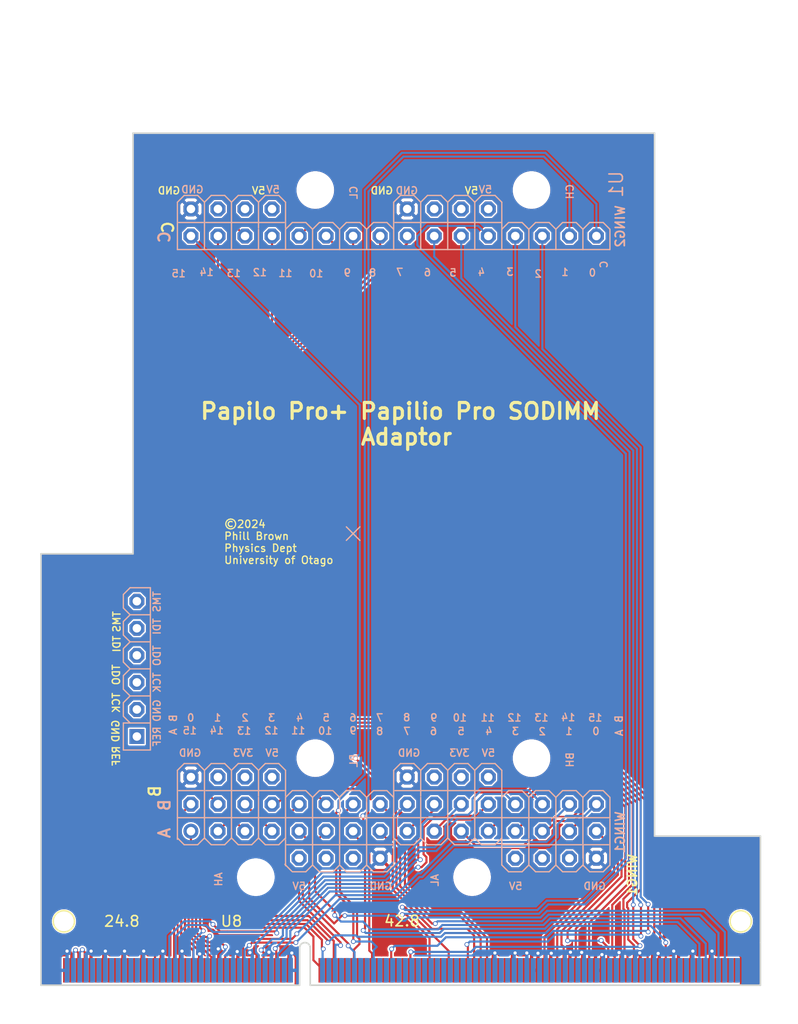
<source format=kicad_pcb>
(kicad_pcb (version 20240108) (generator "pcbnew") (generator_version "8.0")
  (layers (0 "F.Cu" signal) (1 "In1.Cu" signal) (2 "In2.Cu" signal) (31 "B.Cu" signal) (34 "B.Paste" user) (35 "F.Paste" user) (36 "B.SilkS" user "B.Silkscreen") (37 "F.SilkS" user "F.Silkscreen") (38 "B.Mask" user) (39 "F.Mask" user) (44 "Edge.Cuts" user))
  (net 0 "")
  (net 1 "GND")
  (net 14 "/W1_A1")
  (net 15 "/W1_A2")
  (net 16 "/W1_A3")
  (net 17 "/W1_A4")
  (net 18 "/W1_A5")
  (net 19 "/W1_A6")
  (net 20 "/W1_A7")
  (net 21 "/W1_A8")
  (net 22 "/W1_A9")
  (net 23 "/W1_A10")
  (net 24 "/W1_A11")
  (net 25 "/W1_A12")
  (net 26 "/W1_A13")
  (net 27 "/W1_A14")
  (net 28 "/W1_A15")
  (net 29 "/W1_A16")
  (net 30 "/W1_B1")
  (net 31 "/W1_B2")
  (net 32 "/W1_B3")
  (net 33 "/W1_B4")
  (net 34 "/W1_B5")
  (net 35 "/W1_B6")
  (net 36 "/W1_B7")
  (net 37 "/W1_B8")
  (net 38 "/W1_B9")
  (net 39 "/W1_B10")
  (net 40 "/W1_B11")
  (net 41 "/W1_B12")
  (net 42 "/W1_B13")
  (net 43 "/W1_B14")
  (net 44 "/W1_B15")
  (net 45 "/W1_B16")
  (net 46 "/W2_A16")
  (net 47 "/W2_A15")
  (net 48 "/W2_A14")
  (net 49 "/W2_A13")
  (net 50 "/W2_A12")
  (net 51 "/W2_A11")
  (net 52 "/W2_A10")
  (net 53 "/W2_A9")
  (net 54 "/W2_A8")
  (net 55 "/W2_A7")
  (net 56 "/W2_A6")
  (net 57 "/W2_A5")
  (net 58 "/W2_A4")
  (net 59 "/W2_A3")
  (net 60 "/W2_A2")
  (net 61 "/W2_A1")
  (net 68 "+5V")
  (footprint "new_lib:DDR3_card" (layer "F.Cu") (at 139.65 152.5)
    (property "Reference" "U8")
    (property "Value" "~")
    (fp_line (start -24.8 0) (end -24.8 -4) (stroke (width 0.15)) (layer "Edge.Cuts"))
    (fp_line (start -0.5 -3.5) (end -0.5 0) (stroke (width 0.15)) (layer "Edge.Cuts"))
    (fp_line (start -0.5 0) (end -24.8 0) (stroke (width 0.15)) (layer "Edge.Cuts"))
    (fp_line (start 0.5 -3.5) (end 0.5 0) (stroke (width 0.15)) (layer "Edge.Cuts"))
    (fp_line (start 0.5 0) (end 42.8 0) (stroke (width 0.15)) (layer "Edge.Cuts"))
    (fp_line (start 42.8 0) (end 42.8 -4) (stroke (width 0.15)) (layer "Edge.Cuts"))
    (fp_arc (start -0.5 -3.5) (mid 0 -4) (end 0.5 -3.5) (stroke (width 0.15)) (layer "Edge.Cuts"))
  )
  (footprint "papilo_pro:COCOON_48BIT" (layer "B.Cu") (at 172.12 75.81 -90)
    (property "Reference" "U1")
    (property "Value" "Papilio Pro")
  )
  (gr_line (start 172.5 138.5) (end 172.5 72.5) (stroke (width 0.15)) (layer "Edge.Cuts"))
  (gr_line (start 114.85 148.5) (end 114.85 112) (stroke (width 0.15)) (layer "Edge.Cuts"))
  (gr_line (start 123.5 72.5) (end 172.5 72.5) (stroke (width 0.15)) (layer "Edge.Cuts"))
  (gr_line (start 114.85 112) (end 123.5 112) (stroke (width 0.15)) (layer "Edge.Cuts"))
  (gr_line (start 123.5 112) (end 123.5 72.5) (stroke (width 0.15)) (layer "Edge.Cuts"))
  (gr_line (start 182.45 138.5) (end 172.5 138.5) (stroke (width 0.15)) (layer "Edge.Cuts"))
  (gr_line (start 182.45 138.5) (end 182.45 148.5) (stroke (width 0.15)) (layer "Edge.Cuts"))
  (gr_text "Papilo Pro+ Papilio Pro SODIMM \nAdaptor" (at 149.2 101.9 0) (layer "F.SilkS") (effects (font (size 1.5 1.5) (thickness 0.3) (bold yes)) (justify bottom)))
  (gr_text "©2024\nPhill Brown\nPhysics Dept\nUniversity of Otago" (at 132 113 0) (layer "F.SilkS") (effects (font (size 0.7 0.7) (thickness 0.12) (bold yes)) (justify left bottom)))
  (segment (start 119.56 150.86) (end 119.56 149.3) (width 0.2) (layer "F.Cu") (net 1))
  (segment (start 133.36 149.415421) (end 133.287364 149.342785) (width 0.2) (layer "F.Cu") (net 1))
  (segment (start 165.76 149.525193) (end 165.654999 149.420192) (width 0.2) (layer "F.Cu") (net 1))
  (segment (start 175.96 150.86) (end 175.96 149.44) (width 0.2) (layer "F.Cu") (net 1))
  (segment (start 117.76 149.673173) (end 117.386827 149.3) (width 0.2) (layer "F.Cu") (net 1))
  (segment (start 120.76 150.86) (end 120.76 149.44) (width 0.2) (layer "F.Cu") (net 1))
  (segment (start 159.16 149.715) (end 159.4 149.475) (width 0.2) (layer "F.Cu") (net 1))
  (segment (start 133.36 150.86) (end 133.36 149.415421) (width 0.2) (layer "F.Cu") (net 1))
  (segment (start 122.56 149.44) (end 122.7 149.3) (width 0.2) (layer "F.Cu") (net 1))
  (segment (start 162.75 151.1) (end 162.75 149.65) (width 0.2) (layer "F.Cu") (net 1))
  (segment (start 171.16 150.86) (end 171.16 149.51881) (width 0.2) (layer "F.Cu") (net 1))
  (segment (start 159.16 150.86) (end 159.16 149.715) (width 0.2) (layer "F.Cu") (net 1))
  (segment (start 171.16 149.51881) (end 171.109201 149.468011) (width 0.2) (layer "F.Cu") (net 1))
  (segment (start 127.96 149.44) (end 128.1 149.3) (width 0.2) (layer "F.Cu") (net 1))
  (segment (start 126.16 149.44) (end 126.3 149.3) (width 0.2) (layer "F.Cu") (net 1))
  (segment (start 172.96 150.86) (end 172.96 149.636547) (width 0.2) (layer "F.Cu") (net 1))
  (segment (start 157.36 150.86) (end 157.36 149.615) (width 0.2) (layer "F.Cu") (net 1))
  (segment (start 160.925 149.475) (end 160.5 149.475) (width 0.2) (layer "F.Cu") (net 1))
  (segment (start 175.96 149.44) (end 176.1 149.3) (width 0.2) (layer "F.Cu") (net 1))
  (segment (start 127.96 150.86) (end 127.96 149.44) (width 0.2) (layer "F.Cu") (net 1))
  (segment (start 124.36 149.44) (end 124.5 149.3) (width 0.2) (layer "F.Cu") (net 1))
  (segment (start 157.36 149.615) (end 157.5 149.475) (width 0.2) (layer "F.Cu") (net 1))
  (segment (start 138.16 150.86) (end 138.16 149.737382) (width 0.2) (layer "F.Cu") (net 1))
  (segment (start 165.76 150.86) (end 165.76 149.525193) (width 0.2) (layer "F.Cu") (net 1))
  (segment (start 124.36 150.86) (end 124.36 149.44) (width 0.2) (layer "F.Cu") (net 1))
  (segment (start 160.96 150.86) (end 160.96 149.51) (width 0.2) (layer "F.Cu") (net 1))
  (segment (start 126.16 150.86) (end 126.16 149.44) (width 0.2) (layer "F.Cu") (net 1))
  (segment (start 117.76 150.86) (end 117.76 149.673173) (width 0.2) (layer "F.Cu") (net 1))
  (segment (start 164.56 150.86) (end 164.56 149.439995) (width 0.2) (layer "F.Cu") (net 1))
  (segment (start 129.76 150.86) (end 129.76 149.558271) (width 0.2) (layer "F.Cu") (net 1))
  (segment (start 174.76 150.86) (end 174.76 149.51) (width 0.2) (layer "F.Cu") (net 1))
  (segment (start 169.36 149.631512) (end 169.165988 149.4375) (width 0.2) (layer "F.Cu") (net 1))
  (segment (start 172.96 149.636547) (end 172.840247 149.516794) (width 0.2) (layer "F.Cu") (net 1))
  (segment (start 117.386827 149.3) (end 117.3 149.3) (width 0.2) (layer "F.Cu") (net 1))
  (segment (start 164.56 149.439995) (end 164.599993 149.400002) (width 0.2) (layer "F.Cu") (net 1))
  (segment (start 129.76 149.558271) (end 129.759436 149.557707) (width 0.2) (layer "F.Cu") (net 1))
  (segment (start 138.16 149.737382) (end 138.418953 149.478429) (width 0.2) (layer "F.Cu") (net 1))
  (segment (start 174.76 149.51) (end 174.55 149.3) (width 0.2) (layer "F.Cu") (net 1))
  (segment (start 177.76 149.44) (end 177.9 149.3) (width 0.2) (layer "F.Cu") (net 1))
  (segment (start 167.56 149.625173) (end 167.559812 149.624985) (width 0.2) (layer "F.Cu") (net 1))
  (segment (start 167.56 150.86) (end 167.56 149.625173) (width 0.2) (layer "F.Cu") (net 1))
  (segment (start 162.75 149.65) (end 162.7 149.6) (width 0.2) (layer "F.Cu") (net 1))
  (segment (start 131.56 149.13878) (end 131.507593 149.086373) (width 0.2) (layer "F.Cu") (net 1))
  (segment (start 160.96 149.51) (end 160.925 149.475) (width 0.2) (layer "F.Cu") (net 1))
  (segment (start 131.56 150.86) (end 131.56 149.13878) (width 0.2) (layer "F.Cu") (net 1))
  (segment (start 177.76 150.86) (end 177.76 149.44) (width 0.2) (layer "F.Cu") (net 1))
  (segment (start 169.36 150.86) (end 169.36 149.631512) (width 0.2) (layer "F.Cu") (net 1))
  (segment (start 161.55 151.1) (end 161.55 149.5) (width 0.2) (layer "F.Cu") (net 1))
  (segment (start 174.55 149.3) (end 174.3 149.3) (width 0.2) (layer "F.Cu") (net 1))
  (segment (start 122.56 150.86) (end 122.56 149.44) (width 0.2) (layer "F.Cu") (net 1))
  (segment (start 120.76 149.44) (end 120.9 149.3) (width 0.2) (layer "F.Cu") (net 1))
  (via (at 165.654999 149.420192) (size 0.45) (drill 0.3) (layers "F.Cu" "B.Cu") (net 1))
  (via (at 167.559812 149.624985) (size 0.45) (drill 0.3) (layers "F.Cu" "B.Cu") (net 1))
  (via (at 161.55 149.5) (size 0.45) (drill 0.3) (layers "F.Cu" "B.Cu") (net 1))
  (via (at 124.5 149.3) (size 0.45) (drill 0.3) (layers "F.Cu" "B.Cu") (net 1))
  (via (at 176.1 149.3) (size 0.45) (drill 0.3) (layers "F.Cu" "B.Cu") (net 1))
  (via (at 134.483193 149.430991) (size 0.45) (drill 0.3) (layers "F.Cu" "B.Cu") (net 1))
  (via (at 177.9 149.3) (size 0.45) (drill 0.3) (layers "F.Cu" "B.Cu") (net 1))
  (via (at 162.8 149.5) (size 0.45) (drill 0.3) (layers "F.Cu" "B.Cu") (net 1))
  (via (at 159.4 149.475) (size 0.45) (drill 0.3) (layers "F.Cu" "B.Cu") (net 1))
  (via (at 160.5 149.475) (size 0.45) (drill 0.3) (layers "F.Cu" "B.Cu") (net 1))
  (via (at 122.7 149.3) (size 0.45) (drill 0.3) (layers "F.Cu" "B.Cu") (net 1))
  (via (at 157.5 149.475) (size 0.45) (drill 0.3) (layers "F.Cu" "B.Cu") (net 1))
  (via (at 138.418953 149.478429) (size 0.45) (drill 0.3) (layers "F.Cu" "B.Cu") (net 1))
  (via (at 174.3 149.3) (size 0.45) (drill 0.3) (layers "F.Cu" "B.Cu") (net 1))
  (via (at 172.840247 149.516794) (size 0.45) (drill 0.3) (layers "F.Cu" "B.Cu") (net 1))
  (via (at 131.507593 149.086373) (size 0.45) (drill 0.3) (layers "F.Cu" "B.Cu") (net 1))
  (via (at 164.599993 149.400002) (size 0.45) (drill 0.3) (layers "F.Cu" "B.Cu") (net 1))
  (via (at 133.287364 149.342785) (size 0.45) (drill 0.3) (layers "F.Cu" "B.Cu") (net 1))
  (via (at 129.759436 149.557707) (size 0.45) (drill 0.3) (layers "F.Cu" "B.Cu") (net 1))
  (via (at 171.109201 149.468011) (size 0.45) (drill 0.3) (layers "F.Cu" "B.Cu") (net 1))
  (via (at 117.3 149.3) (size 0.45) (drill 0.3) (layers "F.Cu" "B.Cu") (net 1))
  (via (at 136.272951 149.402157) (size 0.45) (drill 0.3) (layers "F.Cu" "B.Cu") (net 1))
  (via (at 120.9 149.3) (size 0.45) (drill 0.3) (layers "F.Cu" "B.Cu") (net 1))
  (via (at 128.1 149.3) (size 0.45) (drill 0.3) (layers "F.Cu" "B.Cu") (net 1))
  (via (at 126.3 149.3) (size 0.45) (drill 0.3) (layers "F.Cu" "B.Cu") (net 1))
  (via (at 119.56 149.3) (size 0.45) (drill 0.3) (layers "F.Cu" "B.Cu") (net 1))
  (via (at 169.165988 149.4375) (size 0.45) (drill 0.3) (layers "F.Cu" "B.Cu") (net 1))
  (segment (start 119.11 149.51) (end 119.32 149.3) (width 0.2) (layer "B.Cu") (net 1))
  (segment (start 128.11 150.86) (end 128.11 149.31) (width 0.2) (layer "B.Cu") (net 1))
  (segment (start 172.51 149.847041) (end 172.840247 149.516794) (width 0.2) (layer "B.Cu") (net 1))
  (segment (start 157.51 150.86) (end 157.51 149.485) (width 0.2) (layer "B.Cu") (net 1))
  (segment (start 119.11 150.86) (end 119.11 149.51) (width 0.2) (layer "B.Cu") (net 1))
  (segment (start 162.7 149.6) (end 162.6 149.5) (width 0.2) (layer "B.Cu") (net 1))
  (segment (start 120.91 150.86) (end 120.91 149.31) (width 0.2) (layer "B.Cu") (net 1))
  (segment (start 167.71 149.775173) (end 167.559812 149.624985) (width 0.2) (layer "B.Cu") (net 1))
  (segment (start 170.71 149.867212) (end 171.109201 149.468011) (width 0.2) (layer "B.Cu") (net 1))
  (segment (start 160.51 150.86) (end 160.51 149.485) (width 0.2) (layer "B.Cu") (net 1))
  (segment (start 164.219998 149.400002) (end 164.599993 149.400002) (width 0.2) (layer "B.Cu") (net 1))
  (segment (start 165.91 150.86) (end 165.91 149.675193) (width 0.2) (layer "B.Cu") (net 1))
  (segment (start 174.31 149.31) (end 174.3 149.3) (width 0.2) (layer "B.Cu") (net 1))
  (segment (start 170.71 150.86) (end 170.71 149.867212) (width 0.2) (layer "B.Cu") (net 1))
  (segment (start 176.11 149.31) (end 176.1 149.3) (width 0.2) (layer "B.Cu") (net 1))
  (segment (start 117.31 150.86) (end 117.31 149.31) (width 0.2) (layer "B.Cu") (net 1))
  (segment (start 122.71 150.86) (end 122.71 149.31) (width 0.2) (layer "B.Cu") (net 1))
  (segment (start 177.91 149.31) (end 177.9 149.3) (width 0.2) (layer "B.Cu") (net 1))
  (segment (start 124.51 150.86) (end 124.51 149.31) (width 0.2) (layer "B.Cu") (net 1))
  (segment (start 165.91 149.675193) (end 165.654999 149.420192) (width 0.2) (layer "B.Cu") (net 1))
  (segment (start 176.11 150.86) (end 176.11 149.31) (width 0.2) (layer "B.Cu") (net 1))
  (segment (start 124.51 149.31) (end 124.5 149.3) (width 0.2) (layer "B.Cu") (net 1))
  (segment (start 159.31 149.565) (end 159.4 149.475) (width 0.2) (layer "B.Cu") (net 1))
  (segment (start 131.11 150.86) (end 131.11 149.483966) (width 0.2) (layer "B.Cu") (net 1))
  (segment (start 136.51 150.86) (end 136.51 149.639206) (width 0.2) (layer "B.Cu") (net 1))
  (segment (start 120.91 149.31) (end 120.9 149.3) (width 0.2) (layer "B.Cu") (net 1))
  (segment (start 174.31 150.86) (end 174.31 149.31) (width 0.2) (layer "B.Cu") (net 1))
  (segment (start 162.31 150.86) (end 162.31 149.5) (width 0.2) (layer "B.Cu") (net 1))
  (segment (start 162.31 149.5) (end 161.55 149.5) (width 0.2) (layer "B.Cu") (net 1))
  (segment (start 132.91 149.720149) (end 133.287364 149.342785) (width 0.2) (layer "B.Cu") (net 1))
  (segment (start 138.31 150.86) (end 138.31 149.587382) (width 0.2) (layer "B.Cu") (net 1))
  (segment (start 134.71 150.86) (end 134.71 149.657798) (width 0.2) (layer "B.Cu") (net 1))
  (segment (start 162.6 149.5) (end 162.31 149.5) (width 0.2) (layer "B.Cu") (net 1))
  (segment (start 138.31 149.587382) (end 138.418953 149.478429) (width 0.2) (layer "B.Cu") (net 1))
  (segment (start 164.11 149.51) (end 164.219998 149.400002) (width 0.2) (layer "B.Cu") (net 1))
  (segment (start 169.51 150.86) (end 169.51 149.781512) (width 0.2) (layer "B.Cu") (net 1))
  (segment (start 128.11 149.31) (end 128.1 149.3) (width 0.2) (layer "B.Cu") (net 1))
  (segment (start 131.11 149.483966) (end 131.507593 149.086373) (width 0.2) (layer "B.Cu") (net 1))
  (segment (start 134.71 149.657798) (end 134.483193 149.430991) (width 0.2) (layer "B.Cu") (net 1))
  (segment (start 132.91 150.86) (end 132.91 149.720149) (width 0.2) (layer "B.Cu") (net 1))
  (segment (start 126.31 150.86) (end 126.31 149.31) (width 0.2) (layer "B.Cu") (net 1))
  (segment (start 160.51 149.485) (end 160.5 149.475) (width 0.2) (layer "B.Cu") (net 1))
  (segment (start 136.51 149.639206) (end 136.272951 149.402157) (width 0.2) (layer "B.Cu") (net 1))
  (segment (start 167.71 150.86) (end 167.71 149.775173) (width 0.2) (layer "B.Cu") (net 1))
  (segment (start 172.51 150.86) (end 172.51 149.847041) (width 0.2) (layer "B.Cu") (net 1))
  (segment (start 129.91 150.86) (end 129.91 149.708271) (width 0.2) (layer "B.Cu") (net 1))
  (segment (start 129.91 149.708271) (end 129.759436 149.557707) (width 0.2) (layer "B.Cu") (net 1))
  (segment (start 169.51 149.781512) (end 169.165988 149.4375) (width 0.2) (layer "B.Cu") (net 1))
  (segment (start 159.31 150.86) (end 159.31 149.565) (width 0.2) (layer "B.Cu") (net 1))
  (segment (start 122.71 149.31) (end 122.7 149.3) (width 0.2) (layer "B.Cu") (net 1))
  (segment (start 126.31 149.31) (end 126.3 149.3) (width 0.2) (layer "B.Cu") (net 1))
  (segment (start 157.51 149.485) (end 157.5 149.475) (width 0.2) (layer "B.Cu") (net 1))
  (segment (start 164.11 150.86) (end 164.11 149.51) (width 0.2) (layer "B.Cu") (net 1))
  (segment (start 177.91 150.86) (end 177.91 149.31) (width 0.2) (layer "B.Cu") (net 1))
  (segment (start 117.31 149.31) (end 117.3 149.3) (width 0.2) (layer "B.Cu") (net 1))
  (segment (start 119.32 149.3) (end 119.56 149.3) (width 0.2) (layer "B.Cu") (net 1))
  (segment (start 162.16 147.945026) (end 168.35 141.755026) (width 0.2) (layer "F.Cu") (net 14))
  (segment (start 162.16 150.86) (end 162.16 147.945026) (width 0.2) (layer "F.Cu") (net 14))
  (segment (start 168.35 141.755026) (end 168.35 139.35) (width 0.2) (layer "F.Cu") (net 14))
  (segment (start 168.35 139.35) (end 167.04 138.04) (width 0.2) (layer "F.Cu") (net 14))
  (segment (start 168 138.505026) (end 168 137.649708) (width 0.2) (layer "F.Cu") (net 15))
  (segment (start 168 137.649708) (end 167.150292 136.8) (width 0.2) (layer "F.Cu") (net 15))
  (segment (start 163.36 150.86) (end 163.36 147.250052) (width 0.2) (layer "F.Cu") (net 15))
  (segment (start 165.338672 145.261328) (end 168.7 141.9) (width 0.2) (layer "F.Cu") (net 15))
  (segment (start 165.74 136.8) (end 164.5 138.04) (width 0.2) (layer "F.Cu") (net 15))
  (segment (start 163.36 147.250052) (end 165.338672 145.27138) (width 0.2) (layer "F.Cu") (net 15))
  (segment (start 167.150292 136.8) (end 165.74 136.8) (width 0.2) (layer "F.Cu") (net 15))
  (segment (start 165.338672 145.27138) (end 165.338672 145.261328) (width 0.2) (layer "F.Cu") (net 15))
  (segment (start 168.7 141.9) (end 168.7 139.205026) (width 0.2) (layer "F.Cu") (net 15))
  (segment (start 168.7 139.205026) (end 168 138.505026) (width 0.2) (layer "F.Cu") (net 15))
  (segment (start 162.349947 138.04) (end 161.96 138.04) (width 0.2) (layer "F.Cu") (net 16))
  (segment (start 169.049995 136.047482) (end 167.402515 134.400002) (width 0.2) (layer "F.Cu") (net 16))
  (segment (start 163.96 150.86) (end 163.96 148.899562) (width 0.2) (layer "F.Cu") (net 16))
  (segment (start 163.304747 137.0852) (end 162.349947 138.04) (width 0.2) (layer "F.Cu") (net 16))
  (segment (start 166.6 134.4) (end 166 135) (width 0.2) (layer "F.Cu") (net 16))
  (segment (start 166 136) (end 164.9148 137.0852) (width 0.2) (layer "F.Cu") (net 16))
  (segment (start 164.9148 137.0852) (end 163.304747 137.0852) (width 0.2) (layer "F.Cu") (net 16))
  (segment (start 166 135) (end 166 136) (width 0.2) (layer "F.Cu") (net 16))
  (segment (start 163.756888 147.438086) (end 169.049995 142.144979) (width 0.2) (layer "F.Cu") (net 16))
  (segment (start 167.402515 134.400002) (end 166.6 134.4) (width 0.2) (layer "F.Cu") (net 16))
  (segment (start 163.96 148.899562) (end 163.756888 148.69645) (width 0.2) (layer "F.Cu") (net 16))
  (segment (start 163.756888 148.69645) (end 163.756888 147.438086) (width 0.2) (layer "F.Cu") (net 16))
  (segment (start 169.049995 142.144979) (end 169.049995 136.047482) (width 0.2) (layer "F.Cu") (net 16))
  (segment (start 165.16 150.86) (end 165.099993 150.799993) (width 0.2) (layer "F.Cu") (net 17))
  (segment (start 165.099993 147.194982) (end 169.749995 142.54498) (width 0.2) (layer "F.Cu") (net 17))
  (segment (start 162.7 136.7) (end 160.76 136.7) (width 0.2) (layer "F.Cu") (net 17))
  (segment (start 160.76 136.7) (end 159.42 138.04) (width 0.2) (layer "F.Cu") (net 17))
  (segment (start 169.749995 135.757533) (end 167.692464 133.700002) (width 0.2) (layer "F.Cu") (net 17))
  (segment (start 163.4 135) (end 163.4 136) (width 0.2) (layer "F.Cu") (net 17))
  (segment (start 167.692464 133.700002) (end 164.699998 133.700002) (width 0.2) (layer "F.Cu") (net 17))
  (segment (start 164.699998 133.700002) (end 163.4 135) (width 0.2) (layer "F.Cu") (net 17))
  (segment (start 165.099993 150.799993) (end 165.099993 147.194982) (width 0.2) (layer "F.Cu") (net 17))
  (segment (start 169.749995 142.54498) (end 169.749995 135.757533) (width 0.2) (layer "F.Cu") (net 17))
  (segment (start 163.4 136) (end 162.7 136.7) (width 0.2) (layer "F.Cu") (net 17))
  (segment (start 170.1 142.889949) (end 170.1 135.612563) (width 0.2) (layer "F.Cu") (net 18))
  (segment (start 160.9 136) (end 159.9 137) (width 0.2) (layer "F.Cu") (net 18))
  (segment (start 163.744972 133.350002) (end 162.994974 134.1) (width 0.2) (layer "F.Cu") (net 18))
  (segment (start 161.389948 134.5) (end 160.9 134.989948) (width 0.2) (layer "F.Cu") (net 18))
  (segment (start 162.994974 134.1) (end 162.989949 134.1) (width 0.2) (layer "F.Cu") (net 18))
  (segment (start 166.36 150.86) (end 166.36 146.629949) (width 0.2) (layer "F.Cu") (net 18))
  (segment (start 170.1 135.612563) (end 167.837438 133.350002) (width 0.2) (layer "F.Cu") (net 18))
  (segment (start 166.36 146.629949) (end 170.1 142.889949) (width 0.2) (layer "F.Cu") (net 18))
  (segment (start 162.589948 134.5) (end 161.389948 134.5) (width 0.2) (layer "F.Cu") (net 18))
  (segment (start 157.92 137) (end 156.88 138.04) (width 0.2) (layer "F.Cu") (net 18))
  (segment (start 159.9 137) (end 157.92 137) (width 0.2) (layer "F.Cu") (net 18))
  (segment (start 167.837438 133.350002) (end 163.744972 133.350002) (width 0.2) (layer "F.Cu") (net 18))
  (segment (start 160.9 134.989948) (end 160.9 136) (width 0.2) (layer "F.Cu") (net 18))
  (segment (start 162.989949 134.1) (end 162.589948 134.5) (width 0.2) (layer "F.Cu") (net 18))
  (segment (start 160.250175 139.3448) (end 155.6448 139.3448) (width 0.2) (layer "F.Cu") (net 19))
  (segment (start 164.8 136.7) (end 163.194975 136.7) (width 0.2) (layer "F.Cu") (net 19))
  (segment (start 162.844974 137.05) (end 161.55 137.05) (width 0.2) (layer "F.Cu") (net 19))
  (segment (start 169.399995 142.300005) (end 169.399995 135.902507) (width 0.2) (layer "F.Cu") (net 19))
  (segment (start 167.54749 134.050002) (end 166.449999 134.050001) (width 0.2) (layer "F.Cu") (net 19))
  (segment (start 161.55 137.05) (end 160.85 137.75) (width 0.2) (layer "F.Cu") (net 19))
  (segment (start 169.399995 135.902507) (end 167.54749 134.050002) (width 0.2) (layer "F.Cu") (net 19))
  (segment (start 168.15 148.961084) (end 167.488916 148.3) (width 0.2) (layer "F.Cu") (net 19))
  (segment (start 160.85 138.744975) (end 160.250175 139.3448) (width 0.2) (layer "F.Cu") (net 19))
  (segment (start 165.6 135.9) (end 164.8 136.7) (width 0.2) (layer "F.Cu") (net 19))
  (segment (start 163.194975 136.7) (end 162.844974 137.05) (width 0.2) (layer "F.Cu") (net 19))
  (segment (start 166.449999 134.050001) (end 165.6 134.9) (width 0.2) (layer "F.Cu") (net 19))
  (segment (start 155.6448 139.3448) (end 154.34 138.04) (width 0.2) (layer "F.Cu") (net 19))
  (segment (start 164.331888 147.368112) (end 169.399995 142.300005) (width 0.2) (layer "F.Cu") (net 19))
  (segment (start 160.85 137.75) (end 160.85 138.744975) (width 0.2) (layer "F.Cu") (net 19))
  (segment (start 164.331888 148.325) (end 164.331888 147.368112) (width 0.2) (layer "F.Cu") (net 19))
  (segment (start 165.6 134.9) (end 165.6 135.9) (width 0.2) (layer "F.Cu") (net 19))
  (segment (start 168.15 151.1) (end 168.15 148.961084) (width 0.2) (layer "F.Cu") (net 19))
  (via (at 167.488916 148.3) (size 0.45) (drill 0.3) (layers "F.Cu" "B.Cu") (net 19))
  (via (at 164.331888 148.325) (size 0.45) (drill 0.3) (layers "F.Cu" "B.Cu") (net 19))
  (segment (start 164.331888 148.325) (end 167.463916 148.325) (width 0.2) (layer "B.Cu") (net 19))
  (segment (start 167.463916 148.325) (end 167.488916 148.3) (width 0.2) (layer "B.Cu") (net 19))
  (segment (start 161.244974 134.15) (end 160.5 134.894974) (width 0.2) (layer "F.Cu") (net 20))
  (segment (start 159.9452 136.4548) (end 157.9 136.4548) (width 0.2) (layer "F.Cu") (net 20))
  (segment (start 163.594972 133.000002) (end 162.444974 134.15) (width 0.2) (layer "F.Cu") (net 20))
  (segment (start 170.45 135.465074) (end 167.984928 133.000002) (width 0.2) (layer "F.Cu") (net 20))
  (segment (start 168.76 150.86) (end 168.76 149.844685) (width 0.2) (layer "F.Cu") (net 20))
  (segment (start 162.444974 134.15) (end 161.244974 134.15) (width 0.2) (layer "F.Cu") (net 20))
  (segment (start 160.5 134.894974) (end 160.5 135.9) (width 0.2) (layer "F.Cu") (net 20))
  (segment (start 170.45 143.034923) (end 170.45 135.465074) (width 0.2) (layer "F.Cu") (net 20))
  (segment (start 157.9 136.4548) (end 157.4048 136.95) (width 0.2) (layer "F.Cu") (net 20))
  (segment (start 167.984928 133.000002) (end 163.594972 133.000002) (width 0.2) (layer "F.Cu") (net 20))
  (segment (start 160.5 135.9) (end 159.9452 136.4548) (width 0.2) (layer "F.Cu") (net 20))
  (segment (start 157.4048 136.95) (end 152.89 136.95) (width 0.2) (layer "F.Cu") (net 20))
  (segment (start 168.528488 144.956435) (end 170.45 143.034923) (width 0.2) (layer "F.Cu") (net 20))
  (segment (start 168.528488 149.613173) (end 168.528488 144.956435) (width 0.2) (layer "F.Cu") (net 20))
  (segment (start 152.89 136.95) (end 151.8 138.04) (width 0.2) (layer "F.Cu") (net 20))
  (segment (start 168.76 149.844685) (end 168.528488 149.613173) (width 0.2) (layer "F.Cu") (net 20))
  (segment (start 150.5648 135.1) (end 150.5648 136.7352) (width 0.2) (layer "F.Cu") (net 21))
  (segment (start 169.577408 144.402489) (end 170.85 143.129897) (width 0.2) (layer "F.Cu") (net 21))
  (segment (start 169.678488 145.432708) (end 169.577408 145.331627) (width 0.2) (layer "F.Cu") (net 21))
  (segment (start 168.129905 132.629905) (end 163.470095 132.629905) (width 0.2) (layer "F.Cu") (net 21))
  (segment (start 160.5 134.4) (end 151.2648 134.4) (width 0.2) (layer "F.Cu") (net 21))
  (segment (start 161.1 133.8) (end 160.5 134.4) (width 0.2) (layer "F.Cu") (net 21))
  (segment (start 169.96 149.66) (end 169.678488 149.378488) (width 0.2) (layer "F.Cu") (net 21))
  (segment (start 168.129905 132.650004) (end 168.129905 132.629905) (width 0.2) (layer "F.Cu") (net 21))
  (segment (start 170.85 135.370099) (end 168.129905 132.650004) (width 0.2) (layer "F.Cu") (net 21))
  (segment (start 169.577408 145.331627) (end 169.577408 144.402489) (width 0.2) (layer "F.Cu") (net 21))
  (segment (start 170.85 143.129897) (end 170.85 135.370099) (width 0.2) (layer "F.Cu") (net 21))
  (segment (start 169.96 150.86) (end 169.96 149.66) (width 0.2) (layer "F.Cu") (net 21))
  (segment (start 150.5648 136.7352) (end 149.26 138.04) (width 0.2) (layer "F.Cu") (net 21))
  (segment (start 162.3 133.8) (end 161.1 133.8) (width 0.2) (layer "F.Cu") (net 21))
  (segment (start 163.470095 132.629905) (end 162.3 133.8) (width 0.2) (layer "F.Cu") (net 21))
  (segment (start 151.2648 134.4) (end 150.5648 135.1) (width 0.2) (layer "F.Cu") (net 21))
  (segment (start 169.678488 149.378488) (end 169.678488 145.432708) (width 0.2) (layer "F.Cu") (net 21))
  (segment (start 146.72 138.04) (end 146.72 138.125026) (width 0.2) (layer "F.Cu") (net 22))
  (segment (start 148.25 143.362981) (end 151.604666 146.717647) (width 0.2) (layer "F.Cu") (net 22))
  (segment (start 148.25 139.655026) (end 148.25 143.362981) (width 0.2) (layer "F.Cu") (net 22))
  (segment (start 151.604666 146.717647) (end 151.9 146.717647) (width 0.2) (layer "F.Cu") (net 22))
  (segment (start 146.72 138.125026) (end 148.25 139.655026) (width 0.2) (layer "F.Cu") (net 22))
  (via (at 151.9 146.717647) (size 0.45) (drill 0.3) (layers "F.Cu" "B.Cu") (net 22))
  (segment (start 178.51 150.86) (end 178.51 147.6) (width 0.2) (layer "B.Cu") (net 22))
  (segment (start 152.117653 146.499994) (end 151.9 146.717647) (width 0.2) (layer "B.Cu") (net 22))
  (segment (start 161.920107 146.499994) (end 152.117653 146.499994) (width 0.2) (layer "B.Cu") (net 22))
  (segment (start 178.51 147.6) (end 176.785 145.875) (width 0.2) (layer "B.Cu") (net 22))
  (segment (start 176.785 145.875) (end 162.545101 145.875) (width 0.2) (layer "B.Cu") (net 22))
  (segment (start 162.545101 145.875) (end 161.920107 146.499994) (width 0.2) (layer "B.Cu") (net 22))
  (segment (start 145.3 139.4) (end 145.3 147.181546) (width 0.2) (layer "F.Cu") (net 23))
  (segment (start 145.3 147.181546) (end 145.125 147.356546) (width 0.2) (layer "F.Cu") (net 23))
  (segment (start 144.18 138.04) (end 144.18 138.28) (width 0.2) (layer "F.Cu") (net 23))
  (segment (start 144.18 138.28) (end 145.3 139.4) (width 0.2) (layer "F.Cu") (net 23))
  (via (at 145.125 147.356546) (size 0.45) (drill 0.3) (layers "F.Cu" "B.Cu") (net 23))
  (segment (start 162.83505 146.575) (end 162.21005 147.2) (width 0.2) (layer "B.Cu") (net 23))
  (segment (start 162.21005 147.2) (end 152.710051 147.2) (width 0.2) (layer "B.Cu") (net 23))
  (segment (start 174.675 146.575) (end 162.83505 146.575) (width 0.2) (layer "B.Cu") (net 23))
  (segment (start 176.71 150.86) (end 176.71 148.61) (width 0.2) (layer "B.Cu") (net 23))
  (segment (start 152.310051 147.6) (end 145.368454 147.6) (width 0.2) (layer "B.Cu") (net 23))
  (segment (start 152.710051 147.2) (end 152.310051 147.6) (width 0.2) (layer "B.Cu") (net 23))
  (segment (start 176.71 148.61) (end 174.675 146.575) (width 0.2) (layer "B.Cu") (net 23))
  (segment (start 145.368454 147.6) (end 145.125 147.356546) (width 0.2) (layer "B.Cu") (net 23))
  (segment (start 142.45 145.519975) (end 142.45 145.936826) (width 0.2) (layer "F.Cu") (net 24))
  (segment (start 141.64 138.04) (end 140.6 139.08) (width 0.2) (layer "F.Cu") (net 24))
  (segment (start 140.6 139.08) (end 140.6 143.669975) (width 0.2) (layer "F.Cu") (net 24))
  (segment (start 140.6 143.669975) (end 142.45 145.519975) (width 0.2) (layer "F.Cu") (net 24))
  (via (at 142.45 145.936826) (size 0.45) (drill 0.3) (layers "F.Cu" "B.Cu") (net 24))
  (segment (start 145.831627 147.25) (end 145.106627 146.525) (width 0.2) (layer "B.Cu") (net 24))
  (segment (start 174.938174 146.225001) (end 162.690074 146.225001) (width 0.2) (layer "B.Cu") (net 24))
  (segment (start 177.31 148.596827) (end 174.938174 146.225001) (width 0.2) (layer "B.Cu") (net 24))
  (segment (start 145.106627 146.525) (end 143.038174 146.525) (width 0.2) (layer "B.Cu") (net 24))
  (segment (start 162.690074 146.225001) (end 162.065078 146.849997) (width 0.2) (layer "B.Cu") (net 24))
  (segment (start 177.31 150.86) (end 177.31 148.596827) (width 0.2) (layer "B.Cu") (net 24))
  (segment (start 162.065078 146.849997) (end 152.565079 146.849997) (width 0.2) (layer "B.Cu") (net 24))
  (segment (start 143.038174 146.525) (end 142.45 145.936826) (width 0.2) (layer "B.Cu") (net 24))
  (segment (start 152.565079 146.849997) (end 152.165076 147.25) (width 0.2) (layer "B.Cu") (net 24))
  (segment (start 152.165076 147.25) (end 145.831627 147.25) (width 0.2) (layer "B.Cu") (net 24))
  (segment (start 140.0548 144.3548) (end 142.4 146.7) (width 0.2) (layer "F.Cu") (net 25))
  (segment (start 142.4 146.7) (end 143.125 145.975) (width 0.2) (layer "F.Cu") (net 25))
  (segment (start 139.1 138.04) (end 140.0548 138.9948) (width 0.2) (layer "F.Cu") (net 25))
  (segment (start 143.125 145.975) (end 143.4 145.975) (width 0.2) (layer "F.Cu") (net 25))
  (segment (start 140.0548 138.9948) (end 140.0548 144.3548) (width 0.2) (layer "F.Cu") (net 25))
  (via (at 143.4 145.975) (size 0.45) (drill 0.3) (layers "F.Cu" "B.Cu") (net 25))
  (segment (start 179.11 147.51) (end 177.125 145.525) (width 0.2) (layer "B.Cu") (net 25))
  (segment (start 161.78248 146.142646) (end 149.34553 146.142646) (width 0.2) (layer "B.Cu") (net 25))
  (segment (start 148.086824 145.975) (end 143.4 145.975) (width 0.2) (layer "B.Cu") (net 25))
  (segment (start 179.11 150.86) (end 179.11 147.51) (width 0.2) (layer "B.Cu") (net 25))
  (segment (start 177.125 145.525) (end 162.400126 145.525) (width 0.2) (layer "B.Cu") (net 25))
  (segment (start 148.561827 146.450003) (end 148.086824 145.975) (width 0.2) (layer "B.Cu") (net 25))
  (segment (start 162.400126 145.525) (end 161.78248 146.142646) (width 0.2) (layer "B.Cu") (net 25))
  (segment (start 149.34553 146.142646) (end 149.038173 146.450003) (width 0.2) (layer "B.Cu") (net 25))
  (segment (start 149.038173 146.450003) (end 148.561827 146.450003) (width 0.2) (layer "B.Cu") (net 25))
  (segment (start 135.5 136.98) (end 136.56 138.04) (width 0.2) (layer "F.Cu") (net 26))
  (segment (start 171.2 143.489948) (end 171.2 135.205026) (width 0.2) (layer "F.Cu") (net 26))
  (segment (start 137.75 128.2) (end 135.5 130.45) (width 0.2) (layer "F.Cu") (net 26))
  (segment (start 170.028488 145.287733) (end 169.927408 145.186653) (width 0.2) (layer "F.Cu") (net 26))
  (segment (start 170.56 148.743148) (end 170.028488 148.211636) (width 0.2) (layer "F.Cu") (net 26))
  (segment (start 164.194974 128.2) (end 137.75 128.2) (width 0.2) (layer "F.Cu") (net 26))
  (segment (start 169.927408 144.76254) (end 171.2 143.489948) (width 0.2) (layer "F.Cu") (net 26))
  (segment (start 135.5 130.45) (end 135.5 136.98) (width 0.2) (layer "F.Cu") (net 26))
  (segment (start 170.56 150.86) (end 170.56 148.743148) (width 0.2) (layer "F.Cu") (net 26))
  (segment (start 171.2 135.205026) (end 164.194974 128.2) (width 0.2) (layer "F.Cu") (net 26))
  (segment (start 170.028488 148.211636) (end 170.028488 145.287733) (width 0.2) (layer "F.Cu") (net 26))
  (segment (start 169.927408 145.186653) (end 169.927408 144.76254) (width 0.2) (layer "F.Cu") (net 26))
  (segment (start 164.339948 127.85) (end 171.55 135.060052) (width 0.2) (layer "F.Cu") (net 27))
  (segment (start 132.9 136.92) (end 132.9 132.555026) (width 0.2) (layer "F.Cu") (net 27))
  (segment (start 172.475 144.369974) (end 172.475 148.613173) (width 0.2) (layer "F.Cu") (net 27))
  (segment (start 171.55 135.060052) (end 171.55 143.444974) (width 0.2) (layer "F.Cu") (net 27))
  (segment (start 171.85 149.238173) (end 171.85 150.77) (width 0.2) (layer "F.Cu") (net 27))
  (segment (start 134.02 138.04) (end 132.9 136.92) (width 0.2) (layer "F.Cu") (net 27))
  (segment (start 172.475 148.613173) (end 171.85 149.238173) (width 0.2) (layer "F.Cu") (net 27))
  (segment (start 171.55 143.444974) (end 172.475 144.369974) (width 0.2) (layer "F.Cu") (net 27))
  (segment (start 171.85 150.77) (end 171.76 150.86) (width 0.2) (layer "F.Cu") (net 27))
  (segment (start 137.605026 127.85) (end 164.339948 127.85) (width 0.2) (layer "F.Cu") (net 27))
  (segment (start 132.9 132.555026) (end 137.605026 127.85) (width 0.2) (layer "F.Cu") (net 27))
  (segment (start 173.025 148.558147) (end 172.265247 149.3179) (width 0.2) (layer "F.Cu") (net 28))
  (segment (start 171.9 134.9) (end 171.9 143.3) (width 0.2) (layer "F.Cu") (net 28))
  (segment (start 137.460051 127.5) (end 164.5 127.5) (width 0.2) (layer "F.Cu") (net 28))
  (segment (start 132.55 132.410051) (end 137.460051 127.5) (width 0.2) (layer "F.Cu") (net 28))
  (segment (start 132.55 136.97) (end 132.55 132.410051) (width 0.2) (layer "F.Cu") (net 28))
  (segment (start 172.265247 149.3179) (end 172.265247 150.765247) (width 0.2) (layer "F.Cu") (net 28))
  (segment (start 164.5 127.5) (end 171.9 134.9) (width 0.2) (layer "F.Cu") (net 28))
  (segment (start 172.265247 150.765247) (end 172.36 150.86) (width 0.2) (layer "F.Cu") (net 28))
  (segment (start 171.9 143.3) (end 173.025 144.425) (width 0.2) (layer "F.Cu") (net 28))
  (segment (start 173.025 144.425) (end 173.025 148.558147) (width 0.2) (layer "F.Cu") (net 28))
  (segment (start 131.48 138.04) (end 132.55 136.97) (width 0.2) (layer "F.Cu") (net 28))
  (segment (start 130.9 144.8) (end 132.5 146.4) (width 0.2) (layer "F.Cu") (net 29))
  (segment (start 141.8 148.3) (end 141.8 148.5) (width 0.2) (layer "F.Cu") (net 29))
  (segment (start 128.94 138.04) (end 128.94 139.24) (width 0.2) (layer "F.Cu") (net 29))
  (segment (start 130.9 141.2) (end 130.9 144.8) (width 0.2) (layer "F.Cu") (net 29))
  (segment (start 139.9 146.4) (end 141.8 148.3) (width 0.2) (layer "F.Cu") (net 29))
  (segment (start 173.55 151.1) (end 173.55 148.51) (width 0.2) (layer "F.Cu") (net 29))
  (segment (start 132.5 146.4) (end 139.9 146.4) (width 0.2) (layer "F.Cu") (net 29))
  (segment (start 173.55 148.51) (end 173.56 148.5) (width 0.2) (layer "F.Cu") (net 29))
  (segment (start 128.94 139.24) (end 130.9 141.2) (width 0.2) (layer "F.Cu") (net 29))
  (via (at 141.8 148.5) (size 0.45) (drill 0.3) (layers "F.Cu" "B.Cu") (net 29))
  (via (at 173.56 148.5) (size 0.45) (drill 0.3) (layers "F.Cu" "B.Cu") (net 29))
  (segment (start 162.305025 147.6) (end 162.980025 146.925) (width 0.2) (layer "B.Cu") (net 29))
  (segment (start 172.138173 146.925) (end 173.56 148.346827) (width 0.2) (layer "B.Cu") (net 29))
  (segment (start 152.805025 147.6) (end 162.305025 147.6) (width 0.2) (layer "B.Cu") (net 29))
  (segment (start 144.563173 147.95) (end 152.455025 147.95) (width 0.2) (layer "B.Cu") (net 29))
  (segment (start 144.438173 147.825) (end 144.563173 147.95) (width 0.2) (layer "B.Cu") (net 29))
  (segment (start 173.56 148.346827) (end 173.56 148.5) (width 0.2) (layer "B.Cu") (net 29))
  (segment (start 152.455025 147.95) (end 152.805025 147.6) (width 0.2) (layer "B.Cu") (net 29))
  (segment (start 141.8 148.5) (end 142.475 147.825) (width 0.2) (layer "B.Cu") (net 29))
  (segment (start 142.475 147.825) (end 144.438173 147.825) (width 0.2) (layer "B.Cu") (net 29))
  (segment (start 162.980025 146.925) (end 172.138173 146.925) (width 0.2) (layer "B.Cu") (net 29))
  (segment (start 132.355026 146.75) (end 139.755026 146.75) (width 0.2) (layer "F.Cu") (net 30))
  (segment (start 128.94 135.5) (end 127.8 136.64) (width 0.2) (layer "F.Cu") (net 30))
  (segment (start 141.245927 148.240901) (end 141.245927 148.964169) (width 0.2) (layer "F.Cu") (net 30))
  (segment (start 139.755026 146.75) (end 141.245927 148.240901) (width 0.2) (layer "F.Cu") (net 30))
  (segment (start 141.245927 148.964169) (end 141.375 149.093242) (width 0.2) (layer "F.Cu") (net 30))
  (segment (start 127.8 138.6) (end 130.55 141.35) (width 0.2) (layer "F.Cu") (net 30))
  (segment (start 127.8 136.64) (end 127.8 138.6) (width 0.2) (layer "F.Cu") (net 30))
  (segment (start 130.55 144.944974) (end 132.355026 146.75) (width 0.2) (layer "F.Cu") (net 30))
  (segment (start 130.55 141.35) (end 130.55 144.944974) (width 0.2) (layer "F.Cu") (net 30))
  (via (at 141.375 149.093242) (size 0.45) (drill 0.3) (layers "F.Cu" "B.Cu") (net 30))
  (segment (start 141.31 149.158242) (end 141.375 149.093242) (width 0.2) (layer "B.Cu") (net 30))
  (segment (start 141.31 150.86) (end 141.31 149.158242) (width 0.2) (layer "B.Cu") (net 30))
  (segment (start 132.210051 147.1) (end 132.160052 147.05) (width 0.2) (layer "F.Cu") (net 31))
  (segment (start 140.45 150.15) (end 140.45 147.939948) (width 0.2) (layer "F.Cu") (net 31))
  (segment (start 132.15 147.05) (end 130.152513 145.052513) (width 0.2) (layer "F.Cu") (net 31))
  (segment (start 132.160052 147.05) (end 132.15 147.05) (width 0.2) (layer "F.Cu") (net 31))
  (segment (start 127.45 138.744975) (end 127.45 135.25) (width 0.2) (layer "F.Cu") (net 31))
  (segment (start 128.2 134.5) (end 130.48 134.5) (width 0.2) (layer "F.Cu") (net 31))
  (segment (start 140.45 147.939948) (end 139.610052 147.1) (width 0.2) (layer "F.Cu") (net 31))
  (segment (start 139.610052 147.1) (end 132.210051 147.1) (width 0.2) (layer "F.Cu") (net 31))
  (segment (start 130.152513 141.447487) (end 127.45 138.744975) (width 0.2) (layer "F.Cu") (net 31))
  (segment (start 141.16 150.86) (end 140.45 150.15) (width 0.2) (layer "F.Cu") (net 31))
  (segment (start 127.45 135.25) (end 128.2 134.5) (width 0.2) (layer "F.Cu") (net 31))
  (segment (start 130.152513 145.052513) (end 130.152513 141.447487) (width 0.2) (layer "F.Cu") (net 31))
  (segment (start 130.48 134.5) (end 131.48 135.5) (width 0.2) (layer "F.Cu") (net 31))
  (segment (start 135.15 136.63) (end 135.15 138.65) (width 0.2) (layer "F.Cu") (net 32))
  (segment (start 134.02 135.5) (end 135.15 136.63) (width 0.2) (layer "F.Cu") (net 32))
  (segment (start 132.7 146) (end 140.015076 146) (width 0.2) (layer "F.Cu") (net 32))
  (segment (start 134.6 139.2) (end 133.25 139.2) (width 0.2) (layer "F.Cu") (net 32))
  (segment (start 142.36 148.344924) (end 142.36 150.86) (width 0.2) (layer "F.Cu") (net 32))
  (segment (start 131.3 141.15) (end 131.3 144.6) (width 0.2) (layer "F.Cu") (net 32))
  (segment (start 140.015076 146) (end 142.36 148.344924) (width 0.2) (layer "F.Cu") (net 32))
  (segment (start 131.3 144.6) (end 132.7 146) (width 0.2) (layer "F.Cu") (net 32))
  (segment (start 135.15 138.65) (end 134.6 139.2) (width 0.2) (layer "F.Cu") (net 32))
  (segment (start 133.25 139.2) (end 131.3 141.15) (width 0.2) (layer "F.Cu") (net 32))
  (segment (start 151.586827 147.217647) (end 152.107107 147.217647) (width 0.2) (layer "F.Cu") (net 33))
  (segment (start 155.55 151.1) (end 155.55 147.85001) (width 0.2) (layer "F.Cu") (net 33))
  (segment (start 146.089949 139.2) (end 147.3 139.2) (width 0.2) (layer "F.Cu") (net 33))
  (segment (start 154.89999 147.2) (end 155.55 147.85001) (width 0.2) (layer "F.Cu") (net 33))
  (segment (start 136.56 135.5) (end 136.979879 135.5) (width 0.2) (layer "F.Cu") (net 33))
  (segment (start 138.429879 134.05) (end 144.35 134.05) (width 0.2) (layer "F.Cu") (net 33))
  (segment (start 147.9 143.53082) (end 151.586827 147.217647) (width 0.2) (layer "F.Cu") (net 33))
  (segment (start 147.3 139.2) (end 147.9 139.8) (width 0.2) (layer "F.Cu") (net 33))
  (segment (start 136.979879 135.5) (end 138.429879 134.05) (width 0.2) (layer "F.Cu") (net 33))
  (segment (start 152.107107 147.217647) (end 152.124754 147.2) (width 0.2) (layer "F.Cu") (net 33))
  (segment (start 145.6 138.710051) (end 146.089949 139.2) (width 0.2) (layer "F.Cu") (net 33))
  (segment (start 145.6 135.3) (end 145.6 138.710051) (width 0.2) (layer "F.Cu") (net 33))
  (segment (start 144.35 134.05) (end 145.6 135.3) (width 0.2) (layer "F.Cu") (net 33))
  (segment (start 147.9 139.8) (end 147.9 143.53082) (width 0.2) (layer "F.Cu") (net 33))
  (segment (start 152.124754 147.2) (end 154.89999 147.2) (width 0.2) (layer "F.Cu") (net 33))
  (segment (start 143.718672 148.586143) (end 143.718672 148.801478) (width 0.2) (layer "F.Cu") (net 34))
  (segment (start 139.45 144.317471) (end 143.718672 148.586143) (width 0.2) (layer "F.Cu") (net 34))
  (segment (start 138.1 141.005026) (end 139.45 142.355026) (width 0.2) (layer "F.Cu") (net 34))
  (segment (start 138.1 136.5) (end 138.1 141.005026) (width 0.2) (layer "F.Cu") (net 34))
  (segment (start 139.1 135.5) (end 138.1 136.5) (width 0.2) (layer "F.Cu") (net 34))
  (segment (start 139.45 142.355026) (end 139.45 144.317471) (width 0.2) (layer "F.Cu") (net 34))
  (via (at 143.718672 148.801478) (size 0.45) (drill 0.3) (layers "F.Cu" "B.Cu") (net 34))
  (segment (start 144.31 150.86) (end 144.31 149.392806) (width 0.2) (layer "B.Cu") (net 34))
  (segment (start 144.31 149.392806) (end 143.718672 148.801478) (width 0.2) (layer "B.Cu") (net 34))
  (segment (start 140.54 134.4) (end 138.574854 134.4) (width 0.2) (layer "F.Cu") (net 35))
  (segment (start 138.574854 134.4) (end 137.7 135.274854) (width 0.2) (layer "F.Cu") (net 35))
  (segment (start 137.7 135.274854) (end 137.7 141.1) (width 0.2) (layer "F.Cu") (net 35))
  (segment (start 143 148.489949) (end 143 148.775) (width 0.2) (layer "F.Cu") (net 35))
  (segment (start 139.1 144.589949) (end 143 148.489949) (width 0.2) (layer "F.Cu") (net 35))
  (segment (start 139.1 142.5) (end 139.1 144.589949) (width 0.2) (layer "F.Cu") (net 35))
  (segment (start 137.7 141.1) (end 139.1 142.5) (width 0.2) (layer "F.Cu") (net 35))
  (segment (start 141.64 135.5) (end 140.54 134.4) (width 0.2) (layer "F.Cu") (net 35))
  (via (at 143 148.775) (size 0.45) (drill 0.3) (layers "F.Cu" "B.Cu") (net 35))
  (segment (start 142.51 150.86) (end 142.51 148.7) (width 0.2) (layer "B.Cu") (net 35))
  (segment (start 142.51 148.7) (end 142.925 148.7) (width 0.2) (layer "B.Cu") (net 35))
  (segment (start 142.925 148.7) (end 143 148.775) (width 0.2) (layer "B.Cu") (net 35))
  (segment (start 144.259987 150.760013) (end 144.259987 149.153186) (width 0.2) (layer "F.Cu") (net 36))
  (segment (start 144.259987 149.153186) (end 144.775 148.638173) (width 0.2) (layer "F.Cu") (net 36))
  (segment (start 144.775 148.161827) (end 144.55 147.936827) (width 0.2) (layer "F.Cu") (net 36))
  (segment (start 144.55 147.936827) (end 144.55 145.355025) (width 0.2) (layer "F.Cu") (net 36))
  (segment (start 142.9448 136.7352) (end 144.18 135.5) (width 0.2) (layer "F.Cu") (net 36))
  (segment (start 144.775 148.638173) (end 144.775 148.161827) (width 0.2) (layer "F.Cu") (net 36))
  (segment (start 144.25 145.05) (end 142.9448 143.7448) (width 0.2) (layer "F.Cu") (net 36))
  (segment (start 144.16 150.86) (end 144.259987 150.760013) (width 0.2) (layer "F.Cu") (net 36))
  (segment (start 144.25 145.055026) (end 144.25 145.05) (width 0.2) (layer "F.Cu") (net 36))
  (segment (start 142.9448 143.7448) (end 142.9448 136.7352) (width 0.2) (layer "F.Cu") (net 36))
  (segment (start 144.55 145.355025) (end 144.25 145.055026) (width 0.2) (layer "F.Cu") (net 36))
  (segment (start 151.347472 145.965478) (end 148.6 143.218006) (width 0.2) (layer "F.Cu") (net 37))
  (segment (start 156.16 150.86) (end 156.16 147.965035) (width 0.2) (layer "F.Cu") (net 37))
  (segment (start 154.160443 145.965478) (end 151.347472 145.965478) (width 0.2) (layer "F.Cu") (net 37))
  (segment (start 147.82 136.6) (end 146.72 135.5) (width 0.2) (layer "F.Cu") (net 37))
  (segment (start 148.6 143.218006) (end 148.6 139.510052) (width 0.2) (layer "F.Cu") (net 37))
  (segment (start 147.82 138.730052) (end 147.82 136.6) (width 0.2) (layer "F.Cu") (net 37))
  (segment (start 148.6 139.510052) (end 147.82 138.730052) (width 0.2) (layer "F.Cu") (net 37))
  (segment (start 156.16 147.965035) (end 154.160443 145.965478) (width 0.2) (layer "F.Cu") (net 37))
  (segment (start 149.26 135.5) (end 148.1 136.66) (width 0.2) (layer "B.Cu") (net 38))
  (segment (start 130.357107 146.85) (end 128.55 146.85) (width 0.2) (layer "B.Cu") (net 38))
  (segment (start 131.007107 147.5) (end 130.357107 146.85) (width 0.2) (layer "B.Cu") (net 38))
  (segment (start 127.51 147.89) (end 127.51 150.86) (width 0.2) (layer "B.Cu") (net 38))
  (segment (start 148.1 140.815078) (end 147.015078 141.9) (width 0.2) (layer "B.Cu") (net 38))
  (segment (start 147.015078 141.9) (end 141.298781 141.9) (width 0.2) (layer "B.Cu") (net 38))
  (segment (start 148.1 136.66) (end 148.1 140.815078) (width 0.2) (layer "B.Cu") (net 38))
  (segment (start 135.698781 147.5) (end 131.007107 147.5) (width 0.2) (layer "B.Cu") (net 38))
  (segment (start 128.55 146.85) (end 127.51 147.89) (width 0.2) (layer "B.Cu") (net 38))
  (segment (start 141.298781 141.9) (end 135.698781 147.5) (width 0.2) (layer "B.Cu") (net 38))
  (segment (start 136.96 150.86) (end 136.96 149.160006) (width 0.2) (layer "F.Cu") (net 39))
  (segment (start 151.8 135.5) (end 151.8 135.994974) (width 0.2) (layer "F.Cu") (net 39))
  (segment (start 151.8 135.994974) (end 150.3 137.494974) (width 0.2) (layer "F.Cu") (net 39))
  (segment (start 150.3 137.494974) (end 150.3 140.522489) (width 0.2) (layer "F.Cu") (net 39))
  (segment (start 136.96 149.160006) (end 136.859997 149.060003) (width 0.2) (layer "F.Cu") (net 39))
  (segment (start 150.3 140.522489) (end 150.495343 140.717832) (width 0.2) (layer "F.Cu") (net 39))
  (via (at 136.859997 149.060003) (size 0.45) (drill 0.3) (layers "F.Cu" "B.Cu") (net 39))
  (via (at 150.495343 140.717832) (size 0.45) (drill 0.3) (layers "F.Cu" "B.Cu") (net 39))
  (segment (start 150.178135 140.716839) (end 150.179128 140.717832) (width 0.2) (layer "B.Cu") (net 39))
  (segment (start 141.828679 143.35) (end 147.55 143.35) (width 0.2) (layer "B.Cu") (net 39))
  (segment (start 147.55 143.35) (end 149.582551 141.317449) (width 0.2) (layer "B.Cu") (net 39))
  (segment (start 149.582551 141.317449) (end 149.582551 141.312424) (width 0.2) (layer "B.Cu") (net 39))
  (segment (start 137.929074 147.249605) (end 141.828679 143.35) (width 0.2) (layer "B.Cu") (net 39))
  (segment (start 150.179128 140.717832) (end 150.495343 140.717832) (width 0.2) (layer "B.Cu") (net 39))
  (segment (start 136.859997 149.060003) (end 137.929074 147.990926) (width 0.2) (layer "B.Cu") (net 39))
  (segment (start 137.929074 147.990926) (end 137.929074 147.249605) (width 0.2) (layer "B.Cu") (net 39))
  (segment (start 149.582551 141.312424) (end 150.178135 140.716839) (width 0.2) (layer "B.Cu") (net 39))
  (segment (start 147.110052 142.3) (end 141.393754 142.3) (width 0.2) (layer "B.Cu") (net 40))
  (segment (start 150.7 138.710052) (end 147.110052 142.3) (width 0.2) (layer "B.Cu") (net 40))
  (segment (start 150.7 137.4) (end 150.7 138.710052) (width 0.2) (layer "B.Cu") (net 40))
  (segment (start 151.2 136.9) (end 150.7 137.4) (width 0.2) (layer "B.Cu") (net 40))
  (segment (start 154.34 135.5) (end 152.94 136.9) (width 0.2) (layer "B.Cu") (net 40))
  (segment (start 135.843755 147.85) (end 135.836827 147.85) (width 0.2) (layer "B.Cu") (net 40))
  (segment (start 135.037374 148.649453) (end 135.037374 149.407107) (width 0.2) (layer "B.Cu") (net 40))
  (segment (start 135.31 149.679733) (end 135.31 150.86) (width 0.2) (layer "B.Cu") (net 40))
  (segment (start 152.94 136.9) (end 151.2 136.9) (width 0.2) (layer "B.Cu") (net 40))
  (segment (start 135.836827 147.85) (end 135.037374 148.649453) (width 0.2) (layer "B.Cu") (net 40))
  (segment (start 135.037374 149.407107) (end 135.31 149.679733) (width 0.2) (layer "B.Cu") (net 40))
  (segment (start 141.393754 142.3) (end 135.843755 147.85) (width 0.2) (layer "B.Cu") (net 40))
  (segment (start 150.608899 141.417449) (end 150.2907 141.417449) (width 0.2) (layer "F.Cu") (net 41))
  (segment (start 150.8 140.209316) (end 151.070343 140.479659) (width 0.2) (layer "F.Cu") (net 41))
  (segment (start 150.8 137.689708) (end 150.8 140.209316) (width 0.2) (layer "F.Cu") (net 41))
  (segment (start 155.8 136.58) (end 155.8 136.6) (width 0.2) (layer "F.Cu") (net 41))
  (segment (start 151.889708 136.6) (end 150.8 137.689708) (width 0.2) (layer "F.Cu") (net 41))
  (segment (start 155.8 136.6) (end 151.889708 136.6) (width 0.2) (layer "F.Cu") (net 41))
  (segment (start 151.070343 140.956005) (end 150.608899 141.417449) (width 0.2) (layer "F.Cu") (net 41))
  (segment (start 151.070343 140.479659) (end 151.070343 140.956005) (width 0.2) (layer "F.Cu") (net 41))
  (segment (start 156.88 135.5) (end 155.8 136.58) (width 0.2) (layer "F.Cu") (net 41))
  (via (at 150.2907 141.417449) (size 0.45) (drill 0.3) (layers "F.Cu" "B.Cu") (net 41))
  (segment (start 147.8 143.7) (end 150.082551 141.417449) (width 0.2) (layer "B.Cu") (net 41))
  (segment (start 137.11 150.86) (end 137.11 149.556304) (width 0.2) (layer "B.Cu") (net 41))
  (segment (start 141.973653 143.7) (end 147.8 143.7) (width 0.2) (layer "B.Cu") (net 41))
  (segment (start 138.279074 147.394579) (end 141.973653 143.7) (width 0.2) (layer "B.Cu") (net 41))
  (segment (start 137.11 149.556304) (end 138.279074 148.38723) (width 0.2) (layer "B.Cu") (net 41))
  (segment (start 150.082551 141.417449) (end 150.2907 141.417449) (width 0.2) (layer "B.Cu") (net 41))
  (segment (start 138.279074 148.38723) (end 138.279074 147.394579) (width 0.2) (layer "B.Cu") (net 41))
  (segment (start 135.76 150.86) (end 135.76 149.422628) (width 0.2) (layer "F.Cu") (net 42))
  (segment (start 135.76 149.422628) (end 135.537372 149.2) (width 0.2) (layer "F.Cu") (net 42))
  (via (at 135.537372 149.2) (size 0.45) (drill 0.3) (layers "F.Cu" "B.Cu") (net 42))
  (segment (start 150.500001 139.9) (end 147.4 143) (width 0.2) (layer "B.Cu") (net 42))
  (segment (start 141.683704 143) (end 137.579074 147.104631) (width 0.2) (layer "B.Cu") (net 42))
  (segment (start 153.2 138.694974) (end 151.994974 139.9) (width 0.2) (layer "B.Cu") (net 42))
  (segment (start 156.484508 134.5452) (end 155.8 135.229708) (width 0.2) (layer "B.Cu") (net 42))
  (segment (start 153.2 137.65) (end 153.2 138.694974) (width 0.2) (layer "B.Cu") (net 42))
  (segment (start 137.579074 147.842247) (end 137.242247 148.179074) (width 0.2) (layer "B.Cu") (net 42))
  (segment (start 147.4 143) (end 141.683704 143) (width 0.2) (layer "B.Cu") (net 42))
  (segment (start 154 136.85) (end 153.2 137.65) (width 0.2) (layer "B.Cu") (net 42))
  (segment (start 155.8 136.25) (end 155.2 136.85) (width 0.2) (layer "B.Cu") (net 42))
  (segment (start 158.4652 134.5452) (end 156.484508 134.5452) (width 0.2) (layer "B.Cu") (net 42))
  (segment (start 151.994974 139.9) (end 150.500001 139.9) (width 0.2) (layer "B.Cu") (net 42))
  (segment (start 155.2 136.85) (end 154 136.85) (width 0.2) (layer "B.Cu") (net 42))
  (segment (start 136.558298 148.179074) (end 135.537372 149.2) (width 0.2) (layer "B.Cu") (net 42))
  (segment (start 159.42 135.5) (end 158.4652 134.5452) (width 0.2) (layer "B.Cu") (net 42))
  (segment (start 155.8 135.229708) (end 155.8 136.25) (width 0.2) (layer "B.Cu") (net 42))
  (segment (start 137.579074 147.104631) (end 137.579074 147.842247) (width 0.2) (layer "B.Cu") (net 42))
  (segment (start 137.242247 148.179074) (end 136.558298 148.179074) (width 0.2) (layer "B.Cu") (net 42))
  (segment (start 132.355024 147.45) (end 136.85 147.45) (width 0.2) (layer "F.Cu") (net 43))
  (segment (start 131.010137 146.789862) (end 131.670275 147.45) (width 0.2) (layer "F.Cu") (net 43))
  (segment (start 136.85 147.45) (end 137.004074 147.604074) (width 0.2) (layer "F.Cu") (net 43))
  (segment (start 131.670275 147.45) (end 132.355022 147.450002) (width 0.2) (layer "F.Cu") (net 43))
  (segment (start 132.355022 147.450002) (end 132.355024 147.45) (width 0.2) (layer "F.Cu") (net 43))
  (via (at 131.010137 146.789862) (size 0.45) (drill 0.3) (layers "F.Cu" "B.Cu") (net 43))
  (via (at 137.004074 147.604074) (size 0.45) (drill 0.3) (layers "F.Cu" "B.Cu") (net 43))
  (segment (start 152.85 137.505026) (end 152.85 138.55) (width 0.2) (layer "B.Cu") (net 43))
  (segment (start 160.6552 134.1952) (end 156.2048 134.1952) (width 0.2) (layer "B.Cu") (net 43))
  (segment (start 147.255026 142.65) (end 141.538729 142.65) (width 0.2) (layer "B.Cu") (net 43))
  (segment (start 128.3 146.5) (end 126.9 147.9) (width 0.2) (layer "B.Cu") (net 43))
  (segment (start 151.85 139.55) (end 150.355027 139.55) (width 0.2) (layer "B.Cu") (net 43))
  (segment (start 155 136.5) (end 153.855026 136.5) (width 0.2) (layer "B.Cu") (net 43))
  (segment (start 155.4 135) (end 155.4 136.1) (width 0.2) (layer "B.Cu") (net 43))
  (segment (start 153.855026 136.5) (end 152.85 137.505026) (width 0.2) (layer "B.Cu") (net 43))
  (segment (start 141.538729 142.65) (end 137.004074 147.184655) (width 0.2) (layer "B.Cu") (net 43))
  (segment (start 161.96 135.5) (end 160.6552 134.1952) (width 0.2) (layer "B.Cu") (net 43))
  (segment (start 152.85 138.55) (end 151.85 139.55) (width 0.2) (layer "B.Cu") (net 43))
  (segment (start 126.9 147.9) (end 126.9 151.1) (width 0.2) (layer "B.Cu") (net 43))
  (segment (start 137.004074 147.184655) (end 137.004074 147.604074) (width 0.2) (layer "B.Cu") (net 43))
  (segment (start 155.4 136.1) (end 155 136.5) (width 0.2) (layer "B.Cu") (net 43))
  (segment (start 130.720275 146.5) (end 128.3 146.5) (width 0.2) (layer "B.Cu") (net 43))
  (segment (start 131.010137 146.789862) (end 130.720275 146.5) (width 0.2) (layer "B.Cu") (net 43))
  (segment (start 150.355027 139.55) (end 147.255026 142.65) (width 0.2) (layer "B.Cu") (net 43))
  (segment (start 156.2048 134.1952) (end 155.4 135) (width 0.2) (layer "B.Cu") (net 43))
  (segment (start 133.96 150.86) (end 133.850926 150.750926) (width 0.2) (layer "F.Cu") (net 44))
  (segment (start 133.850926 148.387753) (end 134.088679 148.15) (width 0.2) (layer "F.Cu") (net 44))
  (segment (start 138.442893 148.15) (end 138.888311 147.704582) (width 0.2) (layer "F.Cu") (net 44))
  (segment (start 134.088679 148.15) (end 138.442893 148.15) (width 0.2) (layer "F.Cu") (net 44))
  (segment (start 133.850926 150.750926) (end 133.850926 148.387753) (width 0.2) (layer "F.Cu") (net 44))
  (segment (start 138.888311 147.704582) (end 138.888311 147.675) (width 0.2) (layer "F.Cu") (net 44))
  (via (at 138.888311 147.675) (size 0.45) (drill 0.3) (layers "F.Cu" "B.Cu") (net 44))
  (segment (start 142.513311 144.05) (end 138.888311 147.675) (width 0.2) (layer "B.Cu") (net 44))
  (segment (start 150.262576 141.992449) (end 148.205026 144.05) (width 0.2) (layer "B.Cu") (net 44))
  (segment (start 162.35 139.05) (end 153.471322 139.05) (width 0.2) (layer "B.Cu") (net 44))
  (segment (start 163.05 136.95) (end 163.05 138.35) (width 0.2) (layer "B.Cu") (net 44))
  (segment (start 148.205026 144.05) (end 142.513311 144.05) (width 0.2) (layer "B.Cu") (net 44))
  (segment (start 153.471322 139.05) (end 150.528873 141.992449) (width 0.2) (layer "B.Cu") (net 44))
  (segment (start 163.05 138.35) (end 162.35 139.05) (width 0.2) (layer "B.Cu") (net 44))
  (segment (start 150.528873 141.992449) (end 150.262576 141.992449) (width 0.2) (layer "B.Cu") (net 44))
  (segment (start 164.5 135.5) (end 163.05 136.95) (width 0.2) (layer "B.Cu") (net 44))
  (segment (start 134.68 148.5) (end 134.425926 148.754074) (width 0.2) (layer "F.Cu") (net 45))
  (segment (start 138.8 148.5) (end 134.68 148.5) (width 0.2) (layer "F.Cu") (net 45))
  (via (at 134.425926 148.754074) (size 0.45) (drill 0.3) (layers "F.Cu" "B.Cu") (net 45))
  (via (at 138.8 148.5) (size 0.45) (drill 0.3) (layers "F.Cu" "B.Cu") (net 45))
  (segment (start 133.975 150.725) (end 133.975 149.205) (width 0.2) (layer "B.Cu") (net 45))
  (segment (start 150.673848 142.342449) (end 153.616297 139.4) (width 0.2) (layer "B.Cu") (net 45))
  (segment (start 150.407551 142.342449) (end 150.673848 142.342449) (width 0.2) (layer "B.Cu") (net 45))
  (segment (start 133.975 149.205) (end 134.425926 148.754074) (width 0.2) (layer "B.Cu") (net 45))
  (segment (start 165.94 136.6) (end 167.04 135.5) (width 0.2) (layer "B.Cu") (net 45))
  (segment (start 163.4 138.580692) (end 163.4 137.4) (width 0.2) (layer "B.Cu") (net 45))
  (segment (start 164.2 136.6) (end 165.94 136.6) (width 0.2) (layer "B.Cu") (net 45))
  (segment (start 163.4 137.4) (end 164.2 136.6) (width 0.2) (layer "B.Cu") (net 45))
  (segment (start 148.350001 144.4) (end 150.407551 142.342449) (width 0.2) (layer "B.Cu") (net 45))
  (segment (start 142.9 144.4) (end 148.350001 144.4) (width 0.2) (layer "B.Cu") (net 45))
  (segment (start 138.8 148.5) (end 142.9 144.4) (width 0.2) (layer "B.Cu") (net 45))
  (segment (start 162.580692 139.4) (end 163.4 138.580692) (width 0.2) (layer "B.Cu") (net 45))
  (segment (start 153.616297 139.4) (end 162.580692 139.4) (width 0.2) (layer "B.Cu") (net 45))
  (segment (start 134.11 150.86) (end 133.975 150.725) (width 0.2) (layer "B.Cu") (net 45))
  (segment (start 144.2 145.5) (end 144.2 148.4) (width 0.2) (layer "F.Cu") (net 46))
  (segment (start 142.5948 143.8948) (end 144.2 145.5) (width 0.2) (layer "F.Cu") (net 46))
  (segment (start 142.5948 136.3052) (end 142.5948 143.8948) (width 0.2) (layer "F.Cu") (net 46))
  (segment (start 142.8 136.1) (end 142.5948 136.3052) (width 0.2) (layer "F.Cu") (net 46))
  (via (at 142.8 136.1) (size 0.45) (drill 0.3) (layers "F.Cu" "B.Cu") (net 46))
  (via (at 144.2 148.4) (size 0.45) (drill 0.3) (layers "F.Cu" "B.Cu") (net 46))
  (segment (start 148.760051 74.35) (end 162.244975 74.35) (width 0.2) (layer "B.Cu") (net 46))
  (segment (start 146.11 149.189998) (end 146.399998 148.9) (width 0.2) (layer "B.Cu") (net 46))
  (segment (start 145.899998 148.4) (end 146.399998 148.9) (width 0.2) (layer "B.Cu") (net 46))
  (segment (start 167.04 79.145025) (end 167.04 82.16) (width 0.2) (layer "B.Cu") (net 46))
  (segment (start 142.8 136.1) (end 142.8 135.2) (width 0.2) (layer "B.Cu") (net 46))
  (segment (start 145.275 132.725) (end 145.275 77.835051) (width 0.2) (layer "B.Cu") (net 46))
  (segment (start 145.275 77.835051) (end 148.760051 74.35) (width 0.2) (layer "B.Cu") (net 46))
  (segment (start 146.11 150.86) (end 146.11 149.189998) (width 0.2) (layer "B.Cu") (net 46))
  (segment (start 162.244975 74.35) (end 167.04 79.145025) (width 0.2) (layer "B.Cu") (net 46))
  (segment (start 142.8 135.2) (end 145.275 132.725) (width 0.2) (layer "B.Cu") (net 46))
  (segment (start 144.2 148.4) (end 145.899998 148.4) (width 0.2) (layer "B.Cu") (net 46))
  (segment (start 145.1348 136.6348) (end 145.1 136.6) (width 0.2) (layer "F.Cu") (net 47))
  (segment (start 145.7 139.305026) (end 145.1348 138.739826) (width 0.2) (layer "F.Cu") (net 47))
  (segment (start 145.96 150.86) (end 145.96 149.51) (width 0.2) (layer "F.Cu") (net 47))
  (segment (start 145.1348 138.739826) (end 145.1348 136.6348) (width 0.2) (layer "F.Cu") (net 47))
  (segment (start 145.96 149.51) (end 145.7 149.25) (width 0.2) (layer "F.Cu") (net 47))
  (segment (start 145.7 149.25) (end 145.7 139.305026) (width 0.2) (layer "F.Cu") (net 47))
  (via (at 145.1 136.6) (size 0.45) (drill 0.3) (layers "F.Cu" "B.Cu") (net 47))
  (segment (start 162.1 74.7) (end 148.905026 74.7) (width 0.2) (layer "B.Cu") (net 47))
  (segment (start 164.5 77.1) (end 162.1 74.7) (width 0.2) (layer "B.Cu") (net 47))
  (segment (start 145.625 136.075) (end 145.1 136.6) (width 0.2) (layer "B.Cu") (net 47))
  (segment (start 148.905026 74.7) (end 145.625 77.980026) (width 0.2) (layer "B.Cu") (net 47))
  (segment (start 164.5 82.16) (end 164.5 77.1) (width 0.2) (layer "B.Cu") (net 47))
  (segment (start 145.625 77.980026) (end 145.625 136.075) (width 0.2) (layer "B.Cu") (net 47))
  (segment (start 147.76 149.14) (end 147.8 149.1) (width 0.2) (layer "F.Cu") (net 48))
  (segment (start 147.76 149.14) (end 147.76 150.86) (width 0.2) (layer "F.Cu") (net 48))
  (segment (start 171.9 147.5) (end 171.9 144.899992) (width 0.2) (layer "F.Cu") (net 48))
  (via (at 171.9 144.899992) (size 0.45) (drill 0.3) (layers "F.Cu" "B.Cu") (net 48))
  (via (at 171.9 147.5) (size 0.45) (drill 0.3) (layers "F.Cu" "B.Cu") (net 48))
  (via (at 147.8 149.1) (size 0.45) (drill 0.3) (layers "F.Cu" "B.Cu") (net 48))
  (segment (start 148.1 148.8) (end 152.1 148.8) (width 0.2) (layer "B.Cu") (net 48))
  (segment (start 162.4 148) (end 163 147.4) (width 0.2) (layer "B.Cu") (net 48))
  (segment (start 171.2 144.199992) (end 171.9 144.899992) (width 0.2) (layer "B.Cu") (net 48))
  (segment (start 171.2 102) (end 171.2 144.199992) (width 0.2) (layer "B.Cu") (net 48))
  (segment (start 161.96 82.16) (end 161.96 92.76) (width 0.2) (layer "B.Cu") (net 48))
  (segment (start 161.96 92.76) (end 171.2 102) (width 0.2) (layer "B.Cu") (net 48))
  (segment (start 152.9 148) (end 162.4 148) (width 0.2) (layer "B.Cu") (net 48))
  (segment (start 147.8 149.1) (end 148.1 148.8) (width 0.2) (layer "B.Cu") (net 48))
  (segment (start 171.8 147.4) (end 171.9 147.5) (width 0.2) (layer "B.Cu") (net 48))
  (segment (start 152.1 148.8) (end 152.9 148) (width 0.2) (layer "B.Cu") (net 48))
  (segment (start 163 147.4) (end 171.8 147.4) (width 0.2) (layer "B.Cu") (net 48))
  (segment (start 171.225 144.980038) (end 171.202354 144.957392) (width 0.2) (layer "F.Cu") (net 49))
  (segment (start 171.225 147.9) (end 171.225 144.980038) (width 0.2) (layer "F.Cu") (net 49))
  (segment (start 154.96 148.76399) (end 154.87101 148.675) (width 0.2) (layer "F.Cu") (net 49))
  (segment (start 154.96 150.86) (end 154.96 148.76399) (width 0.2) (layer "F.Cu") (net 49))
  (via (at 154.87101 148.675) (size 0.45) (drill 0.3) (layers "F.Cu" "B.Cu") (net 49))
  (via (at 171.202354 144.957392) (size 0.45) (drill 0.3) (layers "F.Cu" "B.Cu") (net 49))
  (via (at 171.225 147.9) (size 0.45) (drill 0.3) (layers "F.Cu" "B.Cu") (net 49))
  (segment (start 163.15 147.75) (end 171.075 147.75) (width 0.2) (layer "B.Cu") (net 49))
  (segment (start 159.42 90.714974) (end 170.85 102.144974) (width 0.2) (layer "B.Cu") (net 49))
  (segment (start 155.14601 148.4) (end 162.5 148.4) (width 0.2) (layer "B.Cu") (net 49))
  (segment (start 170.85 144.344966) (end 171.202354 144.69732) (width 0.2) (layer "B.Cu") (net 49))
  (segment (start 171.202354 144.69732) (end 171.202354 144.957392) (width 0.2) (layer "B.Cu") (net 49))
  (segment (start 159.42 82.16) (end 159.42 90.714974) (width 0.2) (layer "B.Cu") (net 49))
  (segment (start 170.85 102.144974) (end 170.85 144.344966) (width 0.2) (layer "B.Cu") (net 49))
  (segment (start 171.075 147.75) (end 171.225 147.9) (width 0.2) (layer "B.Cu") (net 49))
  (segment (start 154.87101 148.675) (end 155.14601 148.4) (width 0.2) (layer "B.Cu") (net 49))
  (segment (start 162.5 148.4) (end 163.15 147.75) (width 0.2) (layer "B.Cu") (net 49))
  (segment (start 153.16 149.285795) (end 149.049205 145.175) (width 0.2) (layer "F.Cu") (net 50))
  (segment (start 153.16 150.86) (end 153.16 149.285795) (width 0.2) (layer "F.Cu") (net 50))
  (segment (start 149.049205 145.175) (end 148.8 145.175) (width 0.2) (layer "F.Cu") (net 50))
  (via (at 148.8 145.175) (size 0.45) (drill 0.3) (layers "F.Cu" "B.Cu") (net 50))
  (segment (start 155.9252 81.2052) (end 156.88 82.16) (width 0.2) (layer "B.Cu") (net 50))
  (segment (start 162.367588 144.567588) (end 165.832412 144.567588) (width 0.2) (layer "B.Cu") (net 50))
  (segment (start 169.8 140.6) (end 169.8 102.6) (width 0.2) (layer "B.Cu") (net 50))
  (segment (start 169.8 102.6) (end 150.2148 83.0148) (width 0.2) (layer "B.Cu") (net 50))
  (segment (start 151.1948 81.2052) (end 155.9252 81.2052) (width 0.2) (layer "B.Cu") (net 50))
  (segment (start 148.8 145.175) (end 149.067646 145.442646) (width 0.2) (layer "B.Cu") (net 50))
  (segment (start 150.2148 83.0148) (end 150.2148 82.1852) (width 0.2) (layer "B.Cu") (net 50))
  (segment (start 165.832412 144.567588) (end 169.8 140.6) (width 0.2) (layer "B.Cu") (net 50))
  (segment (start 161.49253 145.442646) (end 162.367588 144.567588) (width 0.2) (layer "B.Cu") (net 50))
  (segment (start 150.2148 82.1852) (end 151.1948 81.2052) (width 0.2) (layer "B.Cu") (net 50))
  (segment (start 149.067646 145.442646) (end 161.49253 145.442646) (width 0.2) (layer "B.Cu") (net 50))
  (segment (start 170.502408 148.167408) (end 170.502408 144.94848) (width 0.2) (layer "F.Cu") (net 51))
  (segment (start 149.56 149.415) (end 149.6 149.375) (width 0.2) (layer "F.Cu") (net 51))
  (segment (start 171.135 148.8) (end 170.502408 148.167408) (width 0.2) (layer "F.Cu") (net 51))
  (segment (start 149.56 150.86) (end 149.56 149.415) (width 0.2) (layer "F.Cu") (net 51))
  (via (at 171.135 148.8) (size 0.45) (drill 0.3) (layers "F.Cu" "B.Cu") (net 51))
  (via (at 170.502408 144.94848) (size 0.45) (drill 0.3) (layers "F.Cu" "B.Cu") (net 51))
  (via (at 149.6 149.375) (size 0.45) (drill 0.3) (layers "F.Cu" "B.Cu") (net 51))
  (segment (start 154.34 82.16) (end 154.34 86.129948) (width 0.2) (layer "B.Cu") (net 51))
  (segment (start 154.34 86.129948) (end 170.5 102.289948) (width 0.2) (layer "B.Cu") (net 51))
  (segment (start 170.5 144.946072) (end 170.502408 144.94848) (width 0.2) (layer "B.Cu") (net 51))
  (segment (start 170.5 102.289948) (end 170.5 144.946072) (width 0.2) (layer "B.Cu") (net 51))
  (segment (start 155.727107 148.9) (end 171.035 148.9) (width 0.2) (layer "B.Cu") (net 51))
  (segment (start 171.035 148.9) (end 171.135 148.8) (width 0.2) (layer "B.Cu") (net 51))
  (segment (start 155.252107 149.375) (end 155.727107 148.9) (width 0.2) (layer "B.Cu") (net 51))
  (segment (start 149.6 149.375) (end 155.252107 149.375) (width 0.2) (layer "B.Cu") (net 51))
  (segment (start 151.36 150.86) (end 151.36 148.06) (width 0.2) (layer "F.Cu") (net 52))
  (segment (start 151.36 148.06) (end 149.175003 145.875003) (width 0.2) (layer "F.Cu") (net 52))
  (segment (start 149.175003 145.875003) (end 148.8 145.875003) (width 0.2) (layer "F.Cu") (net 52))
  (via (at 148.8 145.875003) (size 0.45) (drill 0.3) (layers "F.Cu" "B.Cu") (net 52))
  (segment (start 170.15 102.434922) (end 170.15 140.744974) (width 0.2) (layer "B.Cu") (net 52))
  (segment (start 162.512563 144.917588) (end 161.637505 145.792646) (width 0.2) (layer "B.Cu") (net 52))
  (segment (start 170.15 140.744974) (end 165.977387 144.917588) (width 0.2) (layer "B.Cu") (net 52))
  (segment (start 151.8 84.084922) (end 170.15 102.434922) (width 0.2) (layer "B.Cu") (net 52))
  (segment (start 165.977387 144.917588) (end 162.512563 144.917588) (width 0.2) (layer "B.Cu") (net 52))
  (segment (start 161.637505 145.792646) (end 148.882357 145.792646) (width 0.2) (layer "B.Cu") (net 52))
  (segment (start 151.8 82.16) (end 151.8 84.084922) (width 0.2) (layer "B.Cu") (net 52))
  (segment (start 148.882357 145.792646) (end 148.8 145.875003) (width 0.2) (layer "B.Cu") (net 52))
  (segment (start 149.26 82.16) (end 149.26 82.8648) (width 0.2) (layer "F.Cu") (net 53))
  (segment (start 129.802513 147.102519) (end 130.099994 147.4) (width 0.2) (layer "F.Cu") (net 53))
  (segment (start 129.802513 141.592461) (end 129.802513 147.102519) (width 0.2) (layer "F.Cu") (net 53))
  (segment (start 127.1 138.889948) (end 129.802513 141.592461) (width 0.2) (layer "F.Cu") (net 53))
  (segment (start 149.26 82.8648) (end 127.1 105.0248) (width 0.2) (layer "F.Cu") (net 53))
  (segment (start 127.1 105.0248) (end 127.1 138.889948) (width 0.2) (layer "F.Cu") (net 53))
  (via (at 130.099994 147.4) (size 0.45) (drill 0.3) (layers "F.Cu" "B.Cu") (net 53))
  (segment (start 129.184436 150.734436) (end 129.184436 148.315558) (width 0.2) (layer "B.Cu") (net 53))
  (segment (start 129.184436 148.315558) (end 130.099994 147.4) (width 0.2) (layer "B.Cu") (net 53))
  (segment (start 129.31 150.86) (end 129.184436 150.734436) (width 0.2) (layer "B.Cu") (net 53))
  (segment (start 130.614952 147.975) (end 130.694976 147.894976) (width 0.2) (layer "F.Cu") (net 54))
  (segment (start 126.75 104.829896) (end 126.75 139.063173) (width 0.2) (layer "F.Cu") (net 54))
  (segment (start 146.72 84.859897) (end 126.75 104.829896) (width 0.2) (layer "F.Cu") (net 54))
  (segment (start 129.861827 147.975) (end 130.614952 147.975) (width 0.2) (layer "F.Cu") (net 54))
  (segment (start 146.72 82.16) (end 146.72 84.859897) (width 0.2) (layer "F.Cu") (net 54))
  (segment (start 129.425 141.738173) (end 129.425 147.538173) (width 0.2) (layer "F.Cu") (net 54))
  (segment (start 126.75 139.063173) (end 129.425 141.738173) (width 0.2) (layer "F.Cu") (net 54))
  (segment (start 129.425 147.538173) (end 129.861827 147.975) (width 0.2) (layer "F.Cu") (net 54))
  (via (at 130.694976 147.894976) (size 0.45) (drill 0.3) (layers "F.Cu" "B.Cu") (net 54))
  (segment (start 130.51 150.86) (end 130.51 148.079952) (width 0.2) (layer "B.Cu") (net 54))
  (segment (start 130.51 148.079952) (end 130.694976 147.894976) (width 0.2) (layer "B.Cu") (net 54))
  (segment (start 129.716852 148.325) (end 129.075 147.683148) (width 0.2) (layer "F.Cu") (net 55))
  (segment (start 132.675 149.213173) (end 132.675 148.611827) (width 0.2) (layer "F.Cu") (net 55))
  (segment (start 130.921909 148.469976) (end 130.456803 148.469976) (width 0.2) (layer "F.Cu") (net 55))
  (segment (start 130.311826 148.325) (end 129.716852 148.325) (width 0.2) (layer "F.Cu") (net 55))
  (segment (start 129.075 141.883147) (end 126.4 139.208147) (width 0.2) (layer "F.Cu") (net 55))
  (segment (start 144.18 86.904922) (end 144.18 82.16) (width 0.2) (layer "F.Cu") (net 55))
  (segment (start 132.263173 148.2) (end 131.191884 148.2) (width 0.2) (layer "F.Cu") (net 55))
  (segment (start 132.675 148.611827) (end 132.263173 148.2) (width 0.2) (layer "F.Cu") (net 55))
  (segment (start 129.075 147.683148) (end 129.075 141.883147) (width 0.2) (layer "F.Cu") (net 55))
  (segment (start 126.4 104.684922) (end 144.18 86.904922) (width 0.2) (layer "F.Cu") (net 55))
  (segment (start 126.4 139.208147) (end 126.4 104.684922) (width 0.2) (layer "F.Cu") (net 55))
  (segment (start 130.456803 148.469976) (end 130.311826 148.325) (width 0.2) (layer "F.Cu") (net 55))
  (segment (start 132.16 149.728173) (end 132.675 149.213173) (width 0.2) (layer "F.Cu") (net 55))
  (segment (start 131.191884 148.2) (end 130.921909 148.469976) (width 0.2) (layer "F.Cu") (net 55))
  (segment (start 132.16 150.86) (end 132.16 149.728173) (width 0.2) (layer "F.Cu") (net 55))
  (segment (start 129.426903 149.025) (end 130.021878 149.025) (width 0.2) (layer "F.Cu") (net 56))
  (segment (start 142.4 82.92) (end 142.4 87.694974) (width 0.2) (layer "F.Cu") (net 56))
  (segment (start 125.7 139.565966) (end 128.375 142.240966) (width 0.2) (layer "F.Cu") (net 56))
  (segment (start 130.96 149.963122) (end 130.96 150.86) (width 0.2) (layer "F.Cu") (net 56))
  (segment (start 142.4 87.694974) (end 125.7 104.394974) (width 0.2) (layer "F.Cu") (net 56))
  (segment (start 125.7 104.394974) (end 125.7 139.565966) (width 0.2) (layer "F.Cu") (net 56))
  (segment (start 128.375 147.973098) (end 129.426903 149.025) (width 0.2) (layer "F.Cu") (net 56))
  (segment (start 141.64 82.16) (end 142.4 82.92) (width 0.2) (layer "F.Cu") (net 56))
  (segment (start 128.375 142.240966) (end 128.375 147.973098) (width 0.2) (layer "F.Cu") (net 56))
  (segment (start 130.021878 149.025) (end 130.96 149.963122) (width 0.2) (layer "F.Cu") (net 56))
  (segment (start 128.725 147.828123) (end 129.571878 148.675) (width 0.2) (layer "F.Cu") (net 57))
  (segment (start 131.066884 148.819976) (end 131.336859 148.55) (width 0.2) (layer "F.Cu") (net 57))
  (segment (start 142.1 81.1) (end 142.75 81.75) (width 0.2) (layer "F.Cu") (net 57))
  (segment (start 139.1 82.16) (end 140.16 81.1) (width 0.2) (layer "F.Cu") (net 57))
  (segment (start 128.725 142.028122) (end 128.725 147.828123) (width 0.2) (layer "F.Cu") (net 57))
  (segment (start 142.75 87.839948) (end 126.05 104.539948) (width 0.2) (layer "F.Cu") (net 57))
  (segment (start 126.05 139.353122) (end 128.725 142.028122) (width 0.2) (layer "F.Cu") (net 57))
  (segment (start 126.05 104.539948) (end 126.05 139.353122) (width 0.2) (layer "F.Cu") (net 57))
  (segment (start 131.825 148.55) (end 132.175 148.9) (width 0.2) (layer "F.Cu") (net 57))
  (segment (start 130.311829 148.819976) (end 131.066884 148.819976) (width 0.2) (layer "F.Cu") (net 57))
  (segment (start 140.16 81.1) (end 142.1 81.1) (width 0.2) (layer "F.Cu") (net 57))
  (segment (start 130.166852 148.675) (end 130.311829 148.819976) (width 0.2) (layer "F.Cu") (net 57))
  (segment (start 131.336859 148.55) (end 131.825 148.55) (width 0.2) (layer "F.Cu") (net 57))
  (segment (start 129.571878 148.675) (end 130.166852 148.675) (width 0.2) (layer "F.Cu") (net 57))
  (segment (start 142.75 81.75) (end 142.75 87.839948) (width 0.2) (layer "F.Cu") (net 57))
  (via (at 132.175 148.9) (size 0.45) (drill 0.3) (layers "F.Cu" "B.Cu") (net 57))
  (segment (start 132.175 149.196373) (end 132.175 148.9) (width 0.2) (layer "B.Cu") (net 57))
  (segment (start 131.71 150.86) (end 131.71 149.661373) (width 0.2) (layer "B.Cu") (net 57))
  (segment (start 131.71 149.661373) (end 132.175 149.196373) (width 0.2) (layer "B.Cu") (net 57))
  (segment (start 125.35 104.25) (end 125.35 139.744974) (width 0.2) (layer "F.Cu") (net 58))
  (segment (start 129.16 149.253072) (end 129.16 150.86) (width 0.2) (layer "F.Cu") (net 58))
  (segment (start 136.56 82.16) (end 136.56 93.04) (width 0.2) (layer "F.Cu") (net 58))
  (segment (start 136.56 93.04) (end 125.35 104.25) (width 0.2) (layer "F.Cu") (net 58))
  (segment (start 125.35 139.744974) (end 128.025 142.419974) (width 0.2) (layer "F.Cu") (net 58))
  (segment (start 128.025 148.118072) (end 129.16 149.253072) (width 0.2) (layer "F.Cu") (net 58))
  (segment (start 128.025 142.419974) (end 128.025 148.118072) (width 0.2) (layer "F.Cu") (net 58))
  (segment (start 132.76 80.9) (end 128 80.9) (width 0.2) (layer "F.Cu") (net 59))
  (segment (start 120.1 135.489949) (end 125.56 140.949949) (width 0.2) (layer "F.Cu") (net 59))
  (segment (start 124.6 84.3) (end 124.6 112.7) (width 0.2) (layer "F.Cu") (net 59))
  (segment (start 128 80.9) (end 124.6 84.3) (width 0.2) (layer "F.Cu") (net 59))
  (segment (start 134.02 82.16) (end 132.76 80.9) (width 0.2) (layer "F.Cu") (net 59))
  (segment (start 124.6 112.7) (end 120.1 117.2) (width 0.2) (layer "F.Cu") (net 59))
  (segment (start 120.1 117.2) (end 120.1 135.489949) (width 0.2) (layer "F.Cu") (net 59))
  (segment (start 125.56 140.949949) (end 125.56 150.86) (width 0.2) (layer "F.Cu") (net 59))
  (segment (start 131.48 82.16) (end 131.48 97.62) (width 0.2) (layer "F.Cu") (net 60))
  (segment (start 120.45 135.344975) (end 127.36 142.254975) (width 0.2) (layer "F.Cu") (net 60))
  (segment (start 124.95 104.15) (end 124.95 112.844974) (width 0.2) (layer "F.Cu") (net 60))
  (segment (start 131.48 97.62) (end 124.95 104.15) (width 0.2) (layer "F.Cu") (net 60))
  (segment (start 120.45 117.344974) (end 120.45 135.344975) (width 0.2) (layer "F.Cu") (net 60))
  (segment (start 127.36 142.254975) (end 127.36 150.86) (width 0.2) (layer "F.Cu") (net 60))
  (segment (start 124.95 112.844974) (end 120.45 117.344974) (width 0.2) (layer "F.Cu") (net 60))
  (segment (start 149.05 143.173032) (end 149.05 139.45) (width 0.2) (layer "F.Cu") (net 61))
  (segment (start 149.05 139.45) (end 148.2 138.6) (width 0.2) (layer "F.Cu") (net 61))
  (segment (start 156.76 148.070061) (end 154.305417 145.615478) (width 0.2) (layer "F.Cu") (net 61))
  (segment (start 148.2 138.6) (end 148.2 134.999998) (width 0.2) (layer "F.Cu") (net 61))
  (segment (start 154.305417 145.615478) (end 151.492446 145.615478) (width 0.2) (layer "F.Cu") (net 61))
  (segment (start 148.2 134.999998) (end 144.4 131.199998) (width 0.2) (layer "F.Cu") (net 61))
  (segment (start 156.76 150.86) (end 156.76 148.070061) (width 0.2) (layer "F.Cu") (net 61))
  (segment (start 151.492446 145.615478) (end 149.05 143.173032) (width 0.2) (layer "F.Cu") (net 61))
  (via (at 144.4 131.199998) (size 0.45) (drill 0.3) (layers "F.Cu" "B.Cu") (net 61))
  (segment (start 144.8 130.799998) (end 144.4 131.199998) (width 0.2) (layer "B.Cu") (net 61))
  (segment (start 128.94 82.16) (end 144.8 98.02) (width 0.2) (layer "B.Cu") (net 61))
  (segment (start 144.8 98.02) (end 144.8 130.799998) (width 0.2) (layer "B.Cu") (net 61))
  (segment (start 118.739322 149.170284) (end 118.96 149.390962) (width 0.2) (layer "F.Cu") (net 68))
  (segment (start 118.36 150.86) (end 118.36 149.46) (width 0.2) (layer "F.Cu") (net 68))
  (segment (start 118.36 149.46) (end 118.1 149.2) (width 0.2) (layer "F.Cu") (net 68))
  (segment (start 118.96 149.390962) (end 118.96 150.86) (width 0.2) (layer "F.Cu") (net 68))
  (via (at 118.739322 149.170284) (size 0.45) (drill 0.3) (layers "F.Cu" "B.Cu") (net 68))
  (via (at 118.1 149.2) (size 0.45) (drill 0.3) (layers "F.Cu" "B.Cu") (net 68))
  (segment (start 117.91 150.86) (end 117.91 149.39) (width 0.2) (layer "B.Cu") (net 68))
  (segment (start 117.91 149.39) (end 118.1 149.2) (width 0.2) (layer "B.Cu") (net 68))
  (segment (start 118.51 149.399606) (end 118.51 150.86) (width 0.2) (layer "B.Cu") (net 68))
  (segment (start 118.739322 149.170284) (end 118.51 149.399606) (width 0.2) (layer "B.Cu") (net 68))
  (zone (net 1) (net_name "GND") (layers "F.Cu" "In1.Cu" "B.Cu") (priority 3) (connect_pads (clearance 0.254)) (min_thickness 0.127) (fill yes (thermal_gap 0.304) (thermal_bridge_width 0.304))
    (polygon (pts (xy 182.9181 155.5756) (xy 114.0841 155.5756) (xy 114.0841 60.3316) (xy 182.9181 60.3316)))
  )
  (zone (net 1) (net_name "GND") (layer "B.Cu") (priority 3) (connect_pads (clearance 0.3048)) (min_thickness 0.127) (fill yes (thermal_gap 0.304) (thermal_bridge_width 0.304))
    (polygon (pts (xy 182.9181 154.6756) (xy 114.0841 154.6756) (xy 114.0841 61.3316) (xy 182.9181 61.3316)))
  )
)
</source>
